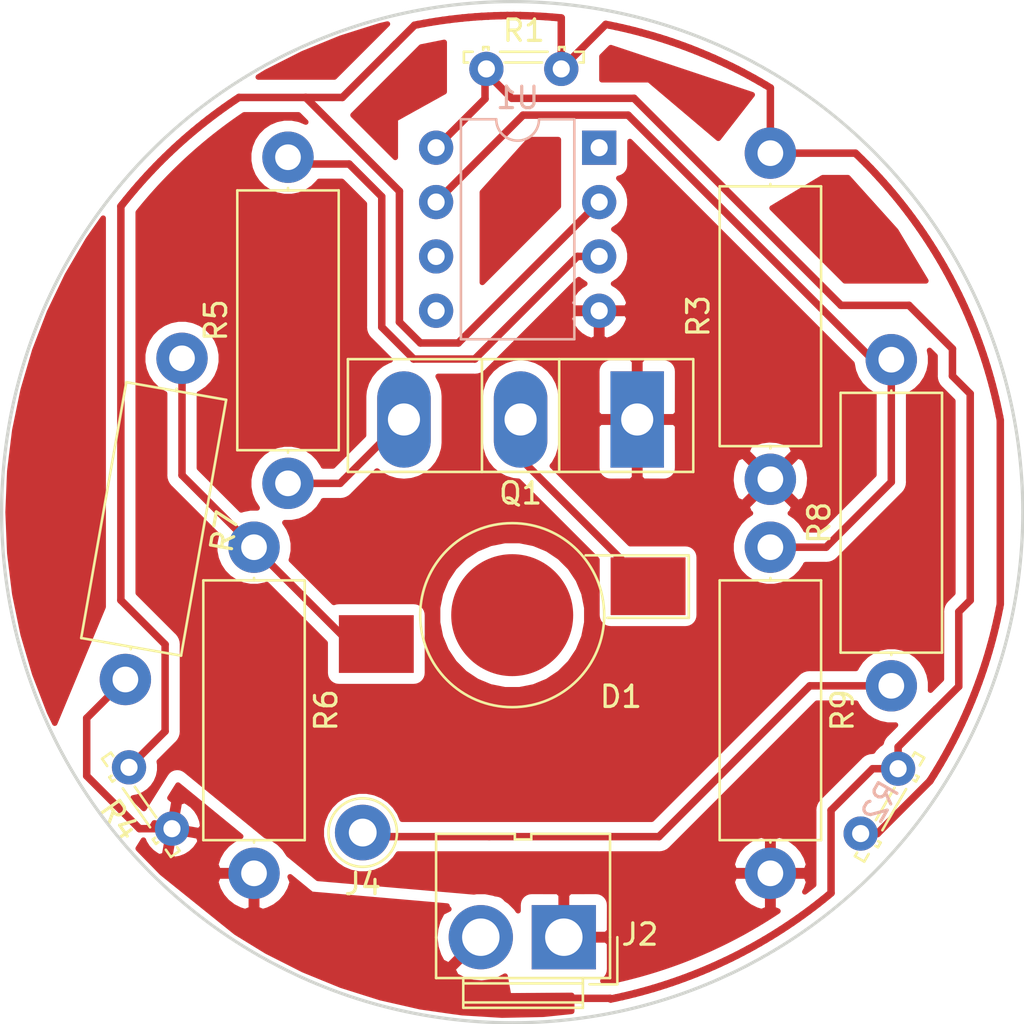
<source format=kicad_pcb>
(kicad_pcb (version 20171130) (host pcbnew "(5.1.6)-1")

  (general
    (thickness 1.6)
    (drawings 1)
    (tracks 275)
    (zones 0)
    (modules 14)
    (nets 13)
  )

  (page A4)
  (layers
    (0 F.Cu signal)
    (31 B.Cu signal hide)
    (32 B.Adhes user hide)
    (33 F.Adhes user hide)
    (34 B.Paste user hide)
    (35 F.Paste user hide)
    (36 B.SilkS user hide)
    (37 F.SilkS user hide)
    (38 B.Mask user hide)
    (39 F.Mask user hide)
    (40 Dwgs.User user hide)
    (41 Cmts.User user hide)
    (42 Eco1.User user hide)
    (43 Eco2.User user hide)
    (44 Edge.Cuts user)
    (45 Margin user hide)
    (46 B.CrtYd user hide)
    (47 F.CrtYd user hide)
    (48 B.Fab user hide)
    (49 F.Fab user hide)
  )

  (setup
    (last_trace_width 0.25)
    (trace_clearance 0.2)
    (zone_clearance 0.15)
    (zone_45_only no)
    (trace_min 0.2)
    (via_size 0.8)
    (via_drill 0.4)
    (via_min_size 0.4)
    (via_min_drill 0.3)
    (uvia_size 0.3)
    (uvia_drill 0.1)
    (uvias_allowed no)
    (uvia_min_size 0.2)
    (uvia_min_drill 0.1)
    (edge_width 0.05)
    (segment_width 0.2)
    (pcb_text_width 0.3)
    (pcb_text_size 1.5 1.5)
    (mod_edge_width 0.12)
    (mod_text_size 1 1)
    (mod_text_width 0.15)
    (pad_size 2.5 4.5)
    (pad_drill 1.5)
    (pad_to_mask_clearance 0.05)
    (aux_axis_origin 0 0)
    (visible_elements 7EFFAE27)
    (pcbplotparams
      (layerselection 0x010fc_ffffffff)
      (usegerberextensions false)
      (usegerberattributes true)
      (usegerberadvancedattributes true)
      (creategerberjobfile true)
      (excludeedgelayer true)
      (linewidth 0.100000)
      (plotframeref false)
      (viasonmask false)
      (mode 1)
      (useauxorigin false)
      (hpglpennumber 1)
      (hpglpenspeed 20)
      (hpglpendiameter 15.000000)
      (psnegative false)
      (psa4output false)
      (plotreference true)
      (plotvalue true)
      (plotinvisibletext false)
      (padsonsilk false)
      (subtractmaskfromsilk false)
      (outputformat 1)
      (mirror false)
      (drillshape 1)
      (scaleselection 1)
      (outputdirectory ""))
  )

  (net 0 "")
  (net 1 "Net-(D1-Pad2)")
  (net 2 "Net-(D1-Pad1)")
  (net 3 +5V)
  (net 4 GND)
  (net 5 "Net-(J4-Pad1)")
  (net 6 "Net-(Q1-Pad5)")
  (net 7 "Net-(R1-Pad2)")
  (net 8 "Net-(R5-Pad2)")
  (net 9 "Net-(R8-Pad2)")
  (net 10 "Net-(U1-Pad1)")
  (net 11 "Net-(U1-Pad5)")
  (net 12 "Net-(U1-Pad6)")

  (net_class Default "This is the default net class."
    (clearance 0.2)
    (trace_width 0.25)
    (via_dia 0.8)
    (via_drill 0.4)
    (uvia_dia 0.3)
    (uvia_drill 0.1)
  )

  (net_class 0.35 ""
    (clearance 0.4)
    (trace_width 0.35)
    (via_dia 0.8)
    (via_drill 0.4)
    (uvia_dia 0.3)
    (uvia_drill 0.1)
    (add_net +5V)
    (add_net GND)
    (add_net "Net-(D1-Pad1)")
    (add_net "Net-(D1-Pad2)")
    (add_net "Net-(J4-Pad1)")
    (add_net "Net-(Q1-Pad5)")
    (add_net "Net-(R1-Pad2)")
    (add_net "Net-(R5-Pad2)")
    (add_net "Net-(R8-Pad2)")
    (add_net "Net-(U1-Pad1)")
    (add_net "Net-(U1-Pad5)")
    (add_net "Net-(U1-Pad6)")
  )

  (module Resistor_THT:R_Axial_DIN0414_L11.9mm_D4.5mm_P15.24mm_Horizontal (layer F.Cu) (tedit 5AE5139B) (tstamp 5F22E691)
    (at 133.1595 79.4385 260)
    (descr "Resistor, Axial_DIN0414 series, Axial, Horizontal, pin pitch=15.24mm, 2W, length*diameter=11.9*4.5mm^2, http://www.vishay.com/docs/20128/wkxwrx.pdf")
    (tags "Resistor Axial_DIN0414 series Axial Horizontal pin pitch 15.24mm 2W length 11.9mm diameter 4.5mm")
    (path /5F174043)
    (fp_text reference R7 (at 7.62 -3.37 80) (layer F.SilkS)
      (effects (font (size 1 1) (thickness 0.15)))
    )
    (fp_text value 10R (at 7.62 3.37 80) (layer F.Fab)
      (effects (font (size 1 1) (thickness 0.15)))
    )
    (fp_line (start 1.67 -2.25) (end 1.67 2.25) (layer F.Fab) (width 0.1))
    (fp_line (start 1.67 2.25) (end 13.57 2.25) (layer F.Fab) (width 0.1))
    (fp_line (start 13.57 2.25) (end 13.57 -2.25) (layer F.Fab) (width 0.1))
    (fp_line (start 13.57 -2.25) (end 1.67 -2.25) (layer F.Fab) (width 0.1))
    (fp_line (start 0 0) (end 1.67 0) (layer F.Fab) (width 0.1))
    (fp_line (start 15.24 0) (end 13.57 0) (layer F.Fab) (width 0.1))
    (fp_line (start 1.55 -2.37) (end 1.55 2.37) (layer F.SilkS) (width 0.12))
    (fp_line (start 1.55 2.37) (end 13.69 2.37) (layer F.SilkS) (width 0.12))
    (fp_line (start 13.69 2.37) (end 13.69 -2.37) (layer F.SilkS) (width 0.12))
    (fp_line (start 13.69 -2.37) (end 1.55 -2.37) (layer F.SilkS) (width 0.12))
    (fp_line (start 1.44 0) (end 1.55 0) (layer F.SilkS) (width 0.12))
    (fp_line (start 13.8 0) (end 13.69 0) (layer F.SilkS) (width 0.12))
    (fp_line (start -1.45 -2.5) (end -1.45 2.5) (layer F.CrtYd) (width 0.05))
    (fp_line (start -1.45 2.5) (end 16.69 2.5) (layer F.CrtYd) (width 0.05))
    (fp_line (start 16.69 2.5) (end 16.69 -2.5) (layer F.CrtYd) (width 0.05))
    (fp_line (start 16.69 -2.5) (end -1.45 -2.5) (layer F.CrtYd) (width 0.05))
    (fp_text user %R (at 7.62 0 80) (layer F.Fab)
      (effects (font (size 1 1) (thickness 0.15)))
    )
    (pad 2 thru_hole oval (at 15.24 0 260) (size 2.4 2.4) (drill 1.2) (layers *.Cu *.Mask)
      (net 3 +5V))
    (pad 1 thru_hole circle (at 0 0 260) (size 2.4 2.4) (drill 1.2) (layers *.Cu *.Mask)
      (net 1 "Net-(D1-Pad2)"))
    (model ${KISYS3DMOD}/Resistor_THT.3dshapes/R_Axial_DIN0414_L11.9mm_D4.5mm_P15.24mm_Horizontal.wrl
      (at (xyz 0 0 0))
      (scale (xyz 1 1 1))
      (rotate (xyz 0 0 0))
    )
  )

  (module LED_SMD:LED_1W_3W_R8 (layer F.Cu) (tedit 58AC980C) (tstamp 5F223BBB)
    (at 148.59 91.44 180)
    (descr https://www.gme.cz/data/attachments/dsh.518-234.1.pdf)
    (tags "LED 1W 3W 5W")
    (path /5F17213B)
    (attr smd)
    (fp_text reference D1 (at -5.08 -3.81) (layer F.SilkS)
      (effects (font (size 1 1) (thickness 0.15)))
    )
    (fp_text value LED (at 0 5.08) (layer F.Fab)
      (effects (font (size 1 1) (thickness 0.15)))
    )
    (fp_circle (center 0 0) (end 4.025 0) (layer F.Fab) (width 0.1))
    (fp_line (start 4.826 1.524) (end 4.826 0.508) (layer F.Fab) (width 0.1))
    (fp_line (start -5.334 -1.016) (end -4.318 -1.016) (layer F.Fab) (width 0.1))
    (fp_line (start 4.318 1.016) (end 5.334 1.016) (layer F.Fab) (width 0.1))
    (fp_circle (center 0 0) (end -4.3 0) (layer F.SilkS) (width 0.12))
    (fp_line (start -4.445 -0.127) (end -8.255 -0.127) (layer F.SilkS) (width 0.12))
    (fp_line (start -8.255 -0.127) (end -8.255 2.794) (layer F.SilkS) (width 0.12))
    (fp_line (start -8.255 2.794) (end -3.429 2.794) (layer F.SilkS) (width 0.12))
    (fp_line (start -4.59 -0.45) (end -8.55 -0.45) (layer F.CrtYd) (width 0.05))
    (fp_line (start -8.55 -0.45) (end -8.55 3.15) (layer F.CrtYd) (width 0.05))
    (fp_line (start -8.55 3.15) (end -3.37 3.15) (layer F.CrtYd) (width 0.05))
    (fp_line (start 3.37 -3.15) (end 8.55 -3.15) (layer F.CrtYd) (width 0.05))
    (fp_line (start 8.55 -3.15) (end 8.55 0.45) (layer F.CrtYd) (width 0.05))
    (fp_line (start 8.55 0.45) (end 4.59 0.45) (layer F.CrtYd) (width 0.05))
    (fp_line (start -1.27 0) (end 1.27 -1.27) (layer F.Fab) (width 0.1))
    (fp_line (start 1.27 -1.27) (end 1.27 1.27) (layer F.Fab) (width 0.1))
    (fp_line (start -1.27 0) (end 1.27 1.27) (layer F.Fab) (width 0.1))
    (fp_line (start 1.27 1.27) (end 1.27 0) (layer F.Fab) (width 0.1))
    (fp_line (start 1.27 0) (end 2.54 0) (layer F.Fab) (width 0.1))
    (fp_line (start -1.27 -1.27) (end -1.27 1.27) (layer F.Fab) (width 0.1))
    (fp_line (start -2.54 0) (end -1.27 0) (layer F.Fab) (width 0.1))
    (fp_text user %R (at 0 -2.54) (layer F.Fab)
      (effects (font (size 1 1) (thickness 0.15)))
    )
    (fp_arc (start 0 0) (end 4.59 0.45) (angle 131.3332206) (layer F.CrtYd) (width 0.05))
    (fp_arc (start 0 0) (end -4.59 -0.45) (angle 131.3332206) (layer F.CrtYd) (width 0.05))
    (pad 2 smd rect (at 6.35 -1.35 180) (size 3.5 2.7) (layers F.Cu F.Paste F.Mask)
      (net 1 "Net-(D1-Pad2)"))
    (pad 1 smd rect (at -6.35 1.35 180) (size 3.5 2.7) (layers F.Cu F.Paste F.Mask)
      (net 2 "Net-(D1-Pad1)"))
    (pad 3 smd circle (at 0 0 180) (size 5.7 5.7) (layers F.Cu F.Paste F.Mask))
    (model ${KISYS3DMOD}/LED_SMD.3dshapes/LED_1W_3W_R8.wrl
      (at (xyz 0 0 0))
      (scale (xyz 1 1 1))
      (rotate (xyz 0 0 0))
    )
  )

  (module Connector:JWT_A3963_1x02_P3.96mm_Vertical (layer F.Cu) (tedit 5A2A57CE) (tstamp 5F226590)
    (at 151.003 106.4895 180)
    (descr "JWT A3963, 3.96mm pitch Pin head connector (http://www.jwt.com.tw/pro_pdf/A3963.pdf)")
    (tags "connector JWT A3963 pinhead")
    (path /5F175D85)
    (fp_text reference J2 (at -3.556 0.127) (layer F.SilkS)
      (effects (font (size 1 1) (thickness 0.15)))
    )
    (fp_text value Conn_01x02_Female (at 1.91 6.35) (layer F.Fab)
      (effects (font (size 1 1) (thickness 0.15)))
    )
    (fp_line (start 5.97 4.83) (end 5.97 0) (layer F.SilkS) (width 0.12))
    (fp_line (start -2.16 0) (end -2.16 4.83) (layer F.SilkS) (width 0.12))
    (fp_line (start -2.16 -1.91) (end 5.97 -1.91) (layer F.SilkS) (width 0.12))
    (fp_line (start -0.89 -1.91) (end -0.89 -3.3) (layer F.SilkS) (width 0.12))
    (fp_line (start 4.7 -1.91) (end 4.7 -3.3) (layer F.SilkS) (width 0.12))
    (fp_line (start -0.89 -3.3) (end 4.7 -3.3) (layer F.SilkS) (width 0.12))
    (fp_line (start -2.16 -1.91) (end -2.16 0) (layer F.SilkS) (width 0.12))
    (fp_line (start 5.97 -1.91) (end 5.97 0) (layer F.SilkS) (width 0.12))
    (fp_line (start -0.89 -3.05) (end 4.7 -3.05) (layer F.SilkS) (width 0.12))
    (fp_line (start -0.89 -2.16) (end 4.7 -2.16) (layer F.SilkS) (width 0.12))
    (fp_line (start 2.29 4.57) (end 2.29 4.83) (layer F.SilkS) (width 0.12))
    (fp_line (start 1.52 4.57) (end 2.29 4.57) (layer F.SilkS) (width 0.12))
    (fp_line (start 1.52 4.83) (end 1.52 4.57) (layer F.SilkS) (width 0.12))
    (fp_line (start 1.52 4.83) (end -2.16 4.83) (layer F.SilkS) (width 0.12))
    (fp_line (start 2.29 4.83) (end 5.97 4.83) (layer F.SilkS) (width 0.12))
    (fp_line (start -2.5 5.05) (end -2.5 -3.55) (layer F.CrtYd) (width 0.05))
    (fp_line (start 6.35 5.05) (end -2.5 5.05) (layer F.CrtYd) (width 0.05))
    (fp_line (start 6.35 -3.55) (end 6.35 5.05) (layer F.CrtYd) (width 0.05))
    (fp_line (start -2.5 -3.55) (end 6.35 -3.55) (layer F.CrtYd) (width 0.05))
    (fp_line (start -2.05 -1.8) (end 5.85 -1.8) (layer F.Fab) (width 0.1))
    (fp_line (start 5.85 -1.8) (end 5.85 4.7) (layer F.Fab) (width 0.1))
    (fp_line (start 5.85 4.7) (end -2.05 4.7) (layer F.Fab) (width 0.1))
    (fp_line (start -2.05 4.7) (end -2.05 -1.8) (layer F.Fab) (width 0.1))
    (fp_line (start -1.2 -2.2) (end -2.5 -2.2) (layer F.SilkS) (width 0.12))
    (fp_line (start -2.5 -2.2) (end -2.5 0) (layer F.SilkS) (width 0.12))
    (fp_line (start -1.25 -1.8) (end 0 -0.3) (layer F.Fab) (width 0.1))
    (fp_line (start 0 -0.3) (end 1.25 -1.8) (layer F.Fab) (width 0.1))
    (fp_line (start -0.8 -1.8) (end -0.8 -3.2) (layer F.Fab) (width 0.1))
    (fp_line (start -0.8 -3.2) (end 4.6 -3.2) (layer F.Fab) (width 0.1))
    (fp_line (start 4.6 -3.2) (end 4.6 -1.8) (layer F.Fab) (width 0.1))
    (fp_text user %R (at 2.2 3.7) (layer F.Fab)
      (effects (font (size 1 1) (thickness 0.15)))
    )
    (pad 1 thru_hole rect (at 0 0 180) (size 3 3) (drill 1.75) (layers *.Cu *.Mask)
      (net 4 GND))
    (pad 2 thru_hole circle (at 3.88 0 180) (size 3 3) (drill 1.75) (layers *.Cu *.Mask)
      (net 3 +5V))
    (model ${KISYS3DMOD}/Connector.3dshapes/JWT_A3963_1x02_P3.96mm_Vertical.wrl
      (at (xyz 0 0 0))
      (scale (xyz 1 1 1))
      (rotate (xyz 0 0 0))
    )
  )

  (module Connector_Pin:Pin_D1.3mm_L11.0mm (layer F.Cu) (tedit 5A1DC085) (tstamp 5F23DD2B)
    (at 141.605 101.6)
    (descr "solder Pin_ diameter 1.3mm, hole diameter 1.3mm, length 11.0mm")
    (tags "solder Pin_ pressfit")
    (path /5F190794)
    (fp_text reference J4 (at 0 2.4) (layer F.SilkS)
      (effects (font (size 1 1) (thickness 0.15)))
    )
    (fp_text value Conn_01x01_Male (at 0 -2.05) (layer F.Fab)
      (effects (font (size 1 1) (thickness 0.15)))
    )
    (fp_circle (center 0 0) (end 1.6 0.05) (layer F.SilkS) (width 0.12))
    (fp_circle (center 0 0) (end 1.25 -0.05) (layer F.Fab) (width 0.12))
    (fp_circle (center 0 0) (end 0.65 -0.05) (layer F.Fab) (width 0.12))
    (fp_circle (center 0 0) (end 1.8 0) (layer F.CrtYd) (width 0.05))
    (fp_text user %R (at 0 2.4) (layer F.Fab)
      (effects (font (size 1 1) (thickness 0.15)))
    )
    (pad 1 thru_hole circle (at 0 0) (size 2.6 2.6) (drill 1.3) (layers *.Cu *.Mask)
      (net 5 "Net-(J4-Pad1)"))
    (model ${KISYS3DMOD}/Connector_Pin.3dshapes/Pin_D1.3mm_L11.0mm.wrl
      (at (xyz 0 0 0))
      (scale (xyz 1 1 1))
      (rotate (xyz 0 0 0))
    )
  )

  (module Package_TO_SOT_THT:TO-247-3_Vertical (layer F.Cu) (tedit 5F21557A) (tstamp 5F222CCD)
    (at 154.432 82.296 180)
    (descr "TO-247-3, Vertical, RM 5.45mm, see https://toshiba.semicon-storage.com/us/product/mosfet/to-247-4l.html")
    (tags "TO-247-3 Vertical RM 5.45mm")
    (path /5F174274)
    (fp_text reference Q1 (at 5.45 -3.45) (layer F.SilkS)
      (effects (font (size 1 1) (thickness 0.15)))
    )
    (fp_text value BUK9M28-80EX (at 5.45 3.95) (layer F.Fab)
      (effects (font (size 1 1) (thickness 0.15)))
    )
    (fp_line (start 13.65 -2.59) (end -2.75 -2.59) (layer F.CrtYd) (width 0.05))
    (fp_line (start 13.65 2.95) (end 13.65 -2.59) (layer F.CrtYd) (width 0.05))
    (fp_line (start -2.75 2.95) (end 13.65 2.95) (layer F.CrtYd) (width 0.05))
    (fp_line (start -2.75 -2.59) (end -2.75 2.95) (layer F.CrtYd) (width 0.05))
    (fp_line (start 7.255 -2.451) (end 7.255 2.82) (layer F.SilkS) (width 0.12))
    (fp_line (start 3.646 -2.451) (end 3.646 2.82) (layer F.SilkS) (width 0.12))
    (fp_line (start 13.52 -2.451) (end 13.52 2.82) (layer F.SilkS) (width 0.12))
    (fp_line (start -2.62 -2.451) (end -2.62 2.82) (layer F.SilkS) (width 0.12))
    (fp_line (start -2.62 2.82) (end 13.52 2.82) (layer F.SilkS) (width 0.12))
    (fp_line (start -2.62 -2.451) (end 13.52 -2.451) (layer F.SilkS) (width 0.12))
    (fp_line (start 7.255 -2.33) (end 7.255 2.7) (layer F.Fab) (width 0.1))
    (fp_line (start 3.645 -2.33) (end 3.645 2.7) (layer F.Fab) (width 0.1))
    (fp_line (start 13.4 -2.33) (end -2.5 -2.33) (layer F.Fab) (width 0.1))
    (fp_line (start 13.4 2.7) (end 13.4 -2.33) (layer F.Fab) (width 0.1))
    (fp_line (start -2.5 2.7) (end 13.4 2.7) (layer F.Fab) (width 0.1))
    (fp_line (start -2.5 -2.33) (end -2.5 2.7) (layer F.Fab) (width 0.1))
    (fp_text user %R (at 5.45 -3.45) (layer F.Fab)
      (effects (font (size 1 1) (thickness 0.15)))
    )
    (pad 1 thru_hole rect (at 0 0 180) (size 2.5 4.5) (drill 1.5) (layers *.Cu *.Mask)
      (net 4 GND))
    (pad 4 thru_hole oval (at 5.45 0 180) (size 2.5 4.5) (drill 1.5) (layers *.Cu *.Mask)
      (net 2 "Net-(D1-Pad1)"))
    (pad 5 thru_hole oval (at 10.9 0 180) (size 2.5 4.5) (drill 1.5) (layers *.Cu *.Mask)
      (net 6 "Net-(Q1-Pad5)"))
    (model ${KISYS3DMOD}/Package_TO_SOT_THT.3dshapes/TO-247-3_Vertical.wrl
      (at (xyz 0 0 0))
      (scale (xyz 1 1 1))
      (rotate (xyz 0 0 0))
    )
  )

  (module OptoDevice:R_LDR_5.2x5.2mm_P3.5mm_Horizontal (layer F.Cu) (tedit 5B86041F) (tstamp 5F225002)
    (at 147.3835 65.913)
    (descr "Resistor, LDR 5.2x5.2, upright, see http://cdn-reichelt.de/documents/datenblatt/A500/M996011A.pdf")
    (tags "Resistor LDR5.2x5.2 ")
    (path /5F178A99)
    (fp_text reference R1 (at 1.75 -1.79) (layer F.SilkS)
      (effects (font (size 1 1) (thickness 0.15)))
    )
    (fp_text value R_PHOTO (at 1.62 1.4) (layer F.Fab)
      (effects (font (size 1 1) (thickness 0.15)))
    )
    (fp_line (start 4.75 1.05) (end -1.25 1.05) (layer F.CrtYd) (width 0.05))
    (fp_line (start 4.75 1.05) (end 4.75 -1.15) (layer F.CrtYd) (width 0.05))
    (fp_line (start -1.25 -1.15) (end -1.25 1.05) (layer F.CrtYd) (width 0.05))
    (fp_line (start -1.25 -1.15) (end 4.75 -1.15) (layer F.CrtYd) (width 0.05))
    (fp_line (start 2.86 -0.8) (end 0.64 -0.8) (layer F.SilkS) (width 0.12))
    (fp_line (start -0.64 -0.8) (end -1.05 -0.8) (layer F.SilkS) (width 0.12))
    (fp_line (start 4.35 -0.3) (end 4.55 -0.3) (layer F.SilkS) (width 0.12))
    (fp_line (start 0.85 -0.3) (end 2.6 -0.3) (layer F.SilkS) (width 0.12))
    (fp_line (start -1.05 -0.8) (end -1.05 -0.3) (layer F.SilkS) (width 0.12))
    (fp_line (start 4.55 -0.8) (end 4.14 -0.8) (layer F.SilkS) (width 0.12))
    (fp_line (start 4.55 -0.3) (end 4.55 -0.8) (layer F.SilkS) (width 0.12))
    (fp_line (start -1.05 -0.3) (end -0.85 -0.3) (layer F.SilkS) (width 0.12))
    (fp_line (start 0.1 -1.02) (end 0.1 -0.89) (layer F.SilkS) (width 0.12))
    (fp_line (start -0.15 -1.02) (end 0.1 -1.02) (layer F.SilkS) (width 0.12))
    (fp_line (start 3.65 -1.02) (end 3.65 -0.89) (layer F.SilkS) (width 0.12))
    (fp_line (start 3.4 -1.02) (end 3.65 -1.02) (layer F.SilkS) (width 0.12))
    (fp_line (start -0.15 -1.02) (end -0.15 -0.89) (layer F.SilkS) (width 0.12))
    (fp_line (start 3.4 -1.02) (end 3.4 -0.89) (layer F.SilkS) (width 0.12))
    (fp_line (start -1 -0.35) (end -1 -0.75) (layer F.Fab) (width 0.1))
    (fp_line (start 4.5 -0.35) (end -1 -0.35) (layer F.Fab) (width 0.1))
    (fp_line (start 4.5 -0.75) (end 4.5 -0.35) (layer F.Fab) (width 0.1))
    (fp_line (start -1 -0.75) (end 4.5 -0.75) (layer F.Fab) (width 0.1))
    (fp_line (start 0 0) (end 0 -0.9) (layer F.Fab) (width 0.1))
    (fp_line (start 3.5 0) (end 3.5 -0.9) (layer F.Fab) (width 0.1))
    (fp_text user %R (at 1.75 -1.79) (layer F.Fab)
      (effects (font (size 1 1) (thickness 0.15)))
    )
    (pad 1 thru_hole circle (at 0 0) (size 1.6 1.6) (drill 0.8) (layers *.Cu *.Mask)
      (net 3 +5V))
    (pad 2 thru_hole circle (at 3.5 0) (size 1.6 1.6) (drill 0.8) (layers *.Cu *.Mask)
      (net 7 "Net-(R1-Pad2)"))
    (model ${KISYS3DMOD}/OptoDevice.3dshapes/R_LDR_5.2x5.2mm_P3.5mm_Horizontal.wrl
      (at (xyz 0 0 0))
      (scale (xyz 1 1 1))
      (rotate (xyz 0 0 0))
    )
  )

  (module OptoDevice:R_LDR_5.2x5.2mm_P3.5mm_Horizontal (layer F.Cu) (tedit 5B86041F) (tstamp 5F223766)
    (at 166.624 98.6155 240)
    (descr "Resistor, LDR 5.2x5.2, upright, see http://cdn-reichelt.de/documents/datenblatt/A500/M996011A.pdf")
    (tags "Resistor LDR5.2x5.2 ")
    (path /5F179378)
    (fp_text reference R2 (at 1.764053 -0.071029 60) (layer B.SilkS)
      (effects (font (size 1 1) (thickness 0.15)) (justify mirror))
    )
    (fp_text value R_PHOTO (at 1.62 1.4 240) (layer F.Fab)
      (effects (font (size 1 1) (thickness 0.15)))
    )
    (fp_line (start 3.5 0) (end 3.5 -0.9) (layer F.Fab) (width 0.1))
    (fp_line (start 0 0) (end 0 -0.9) (layer F.Fab) (width 0.1))
    (fp_line (start -1 -0.75) (end 4.5 -0.75) (layer F.Fab) (width 0.1))
    (fp_line (start 4.5 -0.75) (end 4.5 -0.35) (layer F.Fab) (width 0.1))
    (fp_line (start 4.5 -0.35) (end -1 -0.35) (layer F.Fab) (width 0.1))
    (fp_line (start -1 -0.35) (end -1 -0.75) (layer F.Fab) (width 0.1))
    (fp_line (start 3.4 -1.02) (end 3.4 -0.89) (layer F.SilkS) (width 0.12))
    (fp_line (start -0.15 -1.02) (end -0.15 -0.89) (layer F.SilkS) (width 0.12))
    (fp_line (start 3.4 -1.02) (end 3.65 -1.02) (layer F.SilkS) (width 0.12))
    (fp_line (start 3.65 -1.02) (end 3.65 -0.89) (layer F.SilkS) (width 0.12))
    (fp_line (start -0.15 -1.02) (end 0.1 -1.02) (layer F.SilkS) (width 0.12))
    (fp_line (start 0.1 -1.02) (end 0.1 -0.89) (layer F.SilkS) (width 0.12))
    (fp_line (start -1.05 -0.3) (end -0.85 -0.3) (layer F.SilkS) (width 0.12))
    (fp_line (start 4.55 -0.3) (end 4.55 -0.8) (layer F.SilkS) (width 0.12))
    (fp_line (start 4.55 -0.8) (end 4.14 -0.8) (layer F.SilkS) (width 0.12))
    (fp_line (start -1.05 -0.8) (end -1.05 -0.3) (layer F.SilkS) (width 0.12))
    (fp_line (start 0.85 -0.3) (end 2.6 -0.3) (layer F.SilkS) (width 0.12))
    (fp_line (start 4.35 -0.3) (end 4.55 -0.3) (layer F.SilkS) (width 0.12))
    (fp_line (start -0.64 -0.8) (end -1.05 -0.8) (layer F.SilkS) (width 0.12))
    (fp_line (start 2.86 -0.8) (end 0.64 -0.8) (layer F.SilkS) (width 0.12))
    (fp_line (start -1.25 -1.15) (end 4.75 -1.15) (layer F.CrtYd) (width 0.05))
    (fp_line (start -1.25 -1.15) (end -1.25 1.05) (layer F.CrtYd) (width 0.05))
    (fp_line (start 4.75 1.05) (end 4.75 -1.15) (layer F.CrtYd) (width 0.05))
    (fp_line (start 4.75 1.05) (end -1.25 1.05) (layer F.CrtYd) (width 0.05))
    (fp_text user %R (at 1.75 -1.79 60) (layer F.Fab)
      (effects (font (size 1 1) (thickness 0.15)))
    )
    (pad 2 thru_hole circle (at 3.5 0 240) (size 1.6 1.6) (drill 0.8) (layers *.Cu *.Mask)
      (net 7 "Net-(R1-Pad2)"))
    (pad 1 thru_hole circle (at 0 0 240) (size 1.6 1.6) (drill 0.8) (layers *.Cu *.Mask)
      (net 3 +5V))
    (model ${KISYS3DMOD}/OptoDevice.3dshapes/R_LDR_5.2x5.2mm_P3.5mm_Horizontal.wrl
      (at (xyz 0 0 0))
      (scale (xyz 1 1 1))
      (rotate (xyz 0 0 0))
    )
  )

  (module Resistor_THT:R_Axial_DIN0414_L11.9mm_D4.5mm_P15.24mm_Horizontal (layer F.Cu) (tedit 5AE5139B) (tstamp 5F22342D)
    (at 160.655 85.09 90)
    (descr "Resistor, Axial_DIN0414 series, Axial, Horizontal, pin pitch=15.24mm, 2W, length*diameter=11.9*4.5mm^2, http://www.vishay.com/docs/20128/wkxwrx.pdf")
    (tags "Resistor Axial_DIN0414 series Axial Horizontal pin pitch 15.24mm 2W length 11.9mm diameter 4.5mm")
    (path /5F24E281)
    (fp_text reference R3 (at 7.62 -3.37 90) (layer F.SilkS)
      (effects (font (size 1 1) (thickness 0.15)))
    )
    (fp_text value 10kR (at 7.62 3.37 90) (layer F.Fab)
      (effects (font (size 1 1) (thickness 0.15)))
    )
    (fp_line (start 1.67 -2.25) (end 1.67 2.25) (layer F.Fab) (width 0.1))
    (fp_line (start 1.67 2.25) (end 13.57 2.25) (layer F.Fab) (width 0.1))
    (fp_line (start 13.57 2.25) (end 13.57 -2.25) (layer F.Fab) (width 0.1))
    (fp_line (start 13.57 -2.25) (end 1.67 -2.25) (layer F.Fab) (width 0.1))
    (fp_line (start 0 0) (end 1.67 0) (layer F.Fab) (width 0.1))
    (fp_line (start 15.24 0) (end 13.57 0) (layer F.Fab) (width 0.1))
    (fp_line (start 1.55 -2.37) (end 1.55 2.37) (layer F.SilkS) (width 0.12))
    (fp_line (start 1.55 2.37) (end 13.69 2.37) (layer F.SilkS) (width 0.12))
    (fp_line (start 13.69 2.37) (end 13.69 -2.37) (layer F.SilkS) (width 0.12))
    (fp_line (start 13.69 -2.37) (end 1.55 -2.37) (layer F.SilkS) (width 0.12))
    (fp_line (start 1.44 0) (end 1.55 0) (layer F.SilkS) (width 0.12))
    (fp_line (start 13.8 0) (end 13.69 0) (layer F.SilkS) (width 0.12))
    (fp_line (start -1.45 -2.5) (end -1.45 2.5) (layer F.CrtYd) (width 0.05))
    (fp_line (start -1.45 2.5) (end 16.69 2.5) (layer F.CrtYd) (width 0.05))
    (fp_line (start 16.69 2.5) (end 16.69 -2.5) (layer F.CrtYd) (width 0.05))
    (fp_line (start 16.69 -2.5) (end -1.45 -2.5) (layer F.CrtYd) (width 0.05))
    (fp_text user %R (at 7.62 0 90) (layer F.Fab)
      (effects (font (size 1 1) (thickness 0.15)))
    )
    (pad 2 thru_hole oval (at 15.24 0 90) (size 2.4 2.4) (drill 1.2) (layers *.Cu *.Mask)
      (net 7 "Net-(R1-Pad2)"))
    (pad 1 thru_hole circle (at 0 0 90) (size 2.4 2.4) (drill 1.2) (layers *.Cu *.Mask)
      (net 4 GND))
    (model ${KISYS3DMOD}/Resistor_THT.3dshapes/R_Axial_DIN0414_L11.9mm_D4.5mm_P15.24mm_Horizontal.wrl
      (at (xyz 0 0 0))
      (scale (xyz 1 1 1))
      (rotate (xyz 0 0 0))
    )
  )

  (module OptoDevice:R_LDR_5.2x5.2mm_P3.5mm_Horizontal (layer F.Cu) (tedit 5B86041F) (tstamp 5F22429E)
    (at 132.690518 101.419032 125)
    (descr "Resistor, LDR 5.2x5.2, upright, see http://cdn-reichelt.de/documents/datenblatt/A500/M996011A.pdf")
    (tags "Resistor LDR5.2x5.2 ")
    (path /5F179D39)
    (fp_text reference R4 (at 1.75 -1.79 125) (layer F.SilkS)
      (effects (font (size 1 1) (thickness 0.15)))
    )
    (fp_text value R_PHOTO (at 1.62 1.4 125) (layer F.Fab)
      (effects (font (size 1 1) (thickness 0.15)))
    )
    (fp_line (start 4.75 1.05) (end -1.25 1.05) (layer F.CrtYd) (width 0.05))
    (fp_line (start 4.75 1.05) (end 4.75 -1.15) (layer F.CrtYd) (width 0.05))
    (fp_line (start -1.25 -1.15) (end -1.25 1.05) (layer F.CrtYd) (width 0.05))
    (fp_line (start -1.25 -1.15) (end 4.75 -1.15) (layer F.CrtYd) (width 0.05))
    (fp_line (start 2.86 -0.8) (end 0.64 -0.8) (layer F.SilkS) (width 0.12))
    (fp_line (start -0.64 -0.8) (end -1.05 -0.8) (layer F.SilkS) (width 0.12))
    (fp_line (start 4.35 -0.3) (end 4.55 -0.3) (layer F.SilkS) (width 0.12))
    (fp_line (start 0.85 -0.3) (end 2.6 -0.3) (layer F.SilkS) (width 0.12))
    (fp_line (start -1.05 -0.8) (end -1.05 -0.3) (layer F.SilkS) (width 0.12))
    (fp_line (start 4.55 -0.8) (end 4.14 -0.8) (layer F.SilkS) (width 0.12))
    (fp_line (start 4.55 -0.3) (end 4.55 -0.8) (layer F.SilkS) (width 0.12))
    (fp_line (start -1.05 -0.3) (end -0.85 -0.3) (layer F.SilkS) (width 0.12))
    (fp_line (start 0.1 -1.02) (end 0.1 -0.89) (layer F.SilkS) (width 0.12))
    (fp_line (start -0.15 -1.02) (end 0.1 -1.02) (layer F.SilkS) (width 0.12))
    (fp_line (start 3.65 -1.02) (end 3.65 -0.89) (layer F.SilkS) (width 0.12))
    (fp_line (start 3.4 -1.02) (end 3.65 -1.02) (layer F.SilkS) (width 0.12))
    (fp_line (start -0.15 -1.02) (end -0.15 -0.89) (layer F.SilkS) (width 0.12))
    (fp_line (start 3.4 -1.02) (end 3.4 -0.89) (layer F.SilkS) (width 0.12))
    (fp_line (start -1 -0.35) (end -1 -0.75) (layer F.Fab) (width 0.1))
    (fp_line (start 4.5 -0.35) (end -1 -0.35) (layer F.Fab) (width 0.1))
    (fp_line (start 4.5 -0.75) (end 4.5 -0.35) (layer F.Fab) (width 0.1))
    (fp_line (start -1 -0.75) (end 4.5 -0.75) (layer F.Fab) (width 0.1))
    (fp_line (start 0 0) (end 0 -0.9) (layer F.Fab) (width 0.1))
    (fp_line (start 3.5 0) (end 3.5 -0.9) (layer F.Fab) (width 0.1))
    (fp_text user %R (at 1.75 -1.79 125) (layer F.Fab)
      (effects (font (size 1 1) (thickness 0.15)))
    )
    (pad 1 thru_hole circle (at 0 0 125) (size 1.6 1.6) (drill 0.8) (layers *.Cu *.Mask)
      (net 3 +5V))
    (pad 2 thru_hole circle (at 3.5 0 125) (size 1.6 1.6) (drill 0.8) (layers *.Cu *.Mask)
      (net 7 "Net-(R1-Pad2)"))
    (model ${KISYS3DMOD}/OptoDevice.3dshapes/R_LDR_5.2x5.2mm_P3.5mm_Horizontal.wrl
      (at (xyz 0 0 0))
      (scale (xyz 1 1 1))
      (rotate (xyz 0 0 0))
    )
  )

  (module Resistor_THT:R_Axial_DIN0414_L11.9mm_D4.5mm_P15.24mm_Horizontal (layer F.Cu) (tedit 5AE5139B) (tstamp 5F221D7E)
    (at 138.1125 85.2805 90)
    (descr "Resistor, Axial_DIN0414 series, Axial, Horizontal, pin pitch=15.24mm, 2W, length*diameter=11.9*4.5mm^2, http://www.vishay.com/docs/20128/wkxwrx.pdf")
    (tags "Resistor Axial_DIN0414 series Axial Horizontal pin pitch 15.24mm 2W length 11.9mm diameter 4.5mm")
    (path /5F17359A)
    (fp_text reference R5 (at 7.62 -3.37 90) (layer F.SilkS)
      (effects (font (size 1 1) (thickness 0.15)))
    )
    (fp_text value 1kR (at 7.62 3.37 90) (layer F.Fab)
      (effects (font (size 1 1) (thickness 0.15)))
    )
    (fp_line (start 16.69 -2.5) (end -1.45 -2.5) (layer F.CrtYd) (width 0.05))
    (fp_line (start 16.69 2.5) (end 16.69 -2.5) (layer F.CrtYd) (width 0.05))
    (fp_line (start -1.45 2.5) (end 16.69 2.5) (layer F.CrtYd) (width 0.05))
    (fp_line (start -1.45 -2.5) (end -1.45 2.5) (layer F.CrtYd) (width 0.05))
    (fp_line (start 13.8 0) (end 13.69 0) (layer F.SilkS) (width 0.12))
    (fp_line (start 1.44 0) (end 1.55 0) (layer F.SilkS) (width 0.12))
    (fp_line (start 13.69 -2.37) (end 1.55 -2.37) (layer F.SilkS) (width 0.12))
    (fp_line (start 13.69 2.37) (end 13.69 -2.37) (layer F.SilkS) (width 0.12))
    (fp_line (start 1.55 2.37) (end 13.69 2.37) (layer F.SilkS) (width 0.12))
    (fp_line (start 1.55 -2.37) (end 1.55 2.37) (layer F.SilkS) (width 0.12))
    (fp_line (start 15.24 0) (end 13.57 0) (layer F.Fab) (width 0.1))
    (fp_line (start 0 0) (end 1.67 0) (layer F.Fab) (width 0.1))
    (fp_line (start 13.57 -2.25) (end 1.67 -2.25) (layer F.Fab) (width 0.1))
    (fp_line (start 13.57 2.25) (end 13.57 -2.25) (layer F.Fab) (width 0.1))
    (fp_line (start 1.67 2.25) (end 13.57 2.25) (layer F.Fab) (width 0.1))
    (fp_line (start 1.67 -2.25) (end 1.67 2.25) (layer F.Fab) (width 0.1))
    (fp_text user %R (at 7.62 0 90) (layer F.Fab)
      (effects (font (size 1 1) (thickness 0.15)))
    )
    (pad 1 thru_hole circle (at 0 0 90) (size 2.4 2.4) (drill 1.2) (layers *.Cu *.Mask)
      (net 6 "Net-(Q1-Pad5)"))
    (pad 2 thru_hole oval (at 15.24 0 90) (size 2.4 2.4) (drill 1.2) (layers *.Cu *.Mask)
      (net 8 "Net-(R5-Pad2)"))
    (model ${KISYS3DMOD}/Resistor_THT.3dshapes/R_Axial_DIN0414_L11.9mm_D4.5mm_P15.24mm_Horizontal.wrl
      (at (xyz 0 0 0))
      (scale (xyz 1 1 1))
      (rotate (xyz 0 0 0))
    )
  )

  (module Resistor_THT:R_Axial_DIN0414_L11.9mm_D4.5mm_P15.24mm_Horizontal (layer F.Cu) (tedit 5AE5139B) (tstamp 5F223133)
    (at 136.525 88.265 270)
    (descr "Resistor, Axial_DIN0414 series, Axial, Horizontal, pin pitch=15.24mm, 2W, length*diameter=11.9*4.5mm^2, http://www.vishay.com/docs/20128/wkxwrx.pdf")
    (tags "Resistor Axial_DIN0414 series Axial Horizontal pin pitch 15.24mm 2W length 11.9mm diameter 4.5mm")
    (path /5F174585)
    (fp_text reference R6 (at 7.62 -3.37 90) (layer F.SilkS)
      (effects (font (size 1 1) (thickness 0.15)))
    )
    (fp_text value 10R (at 7.62 3.37 90) (layer F.Fab)
      (effects (font (size 1 1) (thickness 0.15)))
    )
    (fp_line (start 16.69 -2.5) (end -1.45 -2.5) (layer F.CrtYd) (width 0.05))
    (fp_line (start 16.69 2.5) (end 16.69 -2.5) (layer F.CrtYd) (width 0.05))
    (fp_line (start -1.45 2.5) (end 16.69 2.5) (layer F.CrtYd) (width 0.05))
    (fp_line (start -1.45 -2.5) (end -1.45 2.5) (layer F.CrtYd) (width 0.05))
    (fp_line (start 13.8 0) (end 13.69 0) (layer F.SilkS) (width 0.12))
    (fp_line (start 1.44 0) (end 1.55 0) (layer F.SilkS) (width 0.12))
    (fp_line (start 13.69 -2.37) (end 1.55 -2.37) (layer F.SilkS) (width 0.12))
    (fp_line (start 13.69 2.37) (end 13.69 -2.37) (layer F.SilkS) (width 0.12))
    (fp_line (start 1.55 2.37) (end 13.69 2.37) (layer F.SilkS) (width 0.12))
    (fp_line (start 1.55 -2.37) (end 1.55 2.37) (layer F.SilkS) (width 0.12))
    (fp_line (start 15.24 0) (end 13.57 0) (layer F.Fab) (width 0.1))
    (fp_line (start 0 0) (end 1.67 0) (layer F.Fab) (width 0.1))
    (fp_line (start 13.57 -2.25) (end 1.67 -2.25) (layer F.Fab) (width 0.1))
    (fp_line (start 13.57 2.25) (end 13.57 -2.25) (layer F.Fab) (width 0.1))
    (fp_line (start 1.67 2.25) (end 13.57 2.25) (layer F.Fab) (width 0.1))
    (fp_line (start 1.67 -2.25) (end 1.67 2.25) (layer F.Fab) (width 0.1))
    (fp_text user %R (at 7.62 0 90) (layer F.Fab)
      (effects (font (size 1 1) (thickness 0.15)))
    )
    (pad 1 thru_hole circle (at 0 0 270) (size 2.4 2.4) (drill 1.2) (layers *.Cu *.Mask)
      (net 1 "Net-(D1-Pad2)"))
    (pad 2 thru_hole oval (at 15.24 0 270) (size 2.4 2.4) (drill 1.2) (layers *.Cu *.Mask)
      (net 3 +5V))
    (model ${KISYS3DMOD}/Resistor_THT.3dshapes/R_Axial_DIN0414_L11.9mm_D4.5mm_P15.24mm_Horizontal.wrl
      (at (xyz 0 0 0))
      (scale (xyz 1 1 1))
      (rotate (xyz 0 0 0))
    )
  )

  (module Resistor_THT:R_Axial_DIN0414_L11.9mm_D4.5mm_P15.24mm_Horizontal (layer F.Cu) (tedit 5AE5139B) (tstamp 5F220DAD)
    (at 166.3065 94.742 90)
    (descr "Resistor, Axial_DIN0414 series, Axial, Horizontal, pin pitch=15.24mm, 2W, length*diameter=11.9*4.5mm^2, http://www.vishay.com/docs/20128/wkxwrx.pdf")
    (tags "Resistor Axial_DIN0414 series Axial Horizontal pin pitch 15.24mm 2W length 11.9mm diameter 4.5mm")
    (path /5F24F65E)
    (fp_text reference R8 (at 7.62 -3.37 90) (layer F.SilkS)
      (effects (font (size 1 1) (thickness 0.15)))
    )
    (fp_text value 1kR (at 7.62 3.37 90) (layer F.Fab)
      (effects (font (size 1 1) (thickness 0.15)))
    )
    (fp_line (start 16.69 -2.5) (end -1.45 -2.5) (layer F.CrtYd) (width 0.05))
    (fp_line (start 16.69 2.5) (end 16.69 -2.5) (layer F.CrtYd) (width 0.05))
    (fp_line (start -1.45 2.5) (end 16.69 2.5) (layer F.CrtYd) (width 0.05))
    (fp_line (start -1.45 -2.5) (end -1.45 2.5) (layer F.CrtYd) (width 0.05))
    (fp_line (start 13.8 0) (end 13.69 0) (layer F.SilkS) (width 0.12))
    (fp_line (start 1.44 0) (end 1.55 0) (layer F.SilkS) (width 0.12))
    (fp_line (start 13.69 -2.37) (end 1.55 -2.37) (layer F.SilkS) (width 0.12))
    (fp_line (start 13.69 2.37) (end 13.69 -2.37) (layer F.SilkS) (width 0.12))
    (fp_line (start 1.55 2.37) (end 13.69 2.37) (layer F.SilkS) (width 0.12))
    (fp_line (start 1.55 -2.37) (end 1.55 2.37) (layer F.SilkS) (width 0.12))
    (fp_line (start 15.24 0) (end 13.57 0) (layer F.Fab) (width 0.1))
    (fp_line (start 0 0) (end 1.67 0) (layer F.Fab) (width 0.1))
    (fp_line (start 13.57 -2.25) (end 1.67 -2.25) (layer F.Fab) (width 0.1))
    (fp_line (start 13.57 2.25) (end 13.57 -2.25) (layer F.Fab) (width 0.1))
    (fp_line (start 1.67 2.25) (end 13.57 2.25) (layer F.Fab) (width 0.1))
    (fp_line (start 1.67 -2.25) (end 1.67 2.25) (layer F.Fab) (width 0.1))
    (fp_text user %R (at 7.62 0 90) (layer F.Fab)
      (effects (font (size 1 1) (thickness 0.15)))
    )
    (pad 1 thru_hole circle (at 0 0 90) (size 2.4 2.4) (drill 1.2) (layers *.Cu *.Mask)
      (net 5 "Net-(J4-Pad1)"))
    (pad 2 thru_hole oval (at 15.24 0 90) (size 2.4 2.4) (drill 1.2) (layers *.Cu *.Mask)
      (net 9 "Net-(R8-Pad2)"))
    (model ${KISYS3DMOD}/Resistor_THT.3dshapes/R_Axial_DIN0414_L11.9mm_D4.5mm_P15.24mm_Horizontal.wrl
      (at (xyz 0 0 0))
      (scale (xyz 1 1 1))
      (rotate (xyz 0 0 0))
    )
  )

  (module Resistor_THT:R_Axial_DIN0414_L11.9mm_D4.5mm_P15.24mm_Horizontal (layer F.Cu) (tedit 5AE5139B) (tstamp 5F22346F)
    (at 160.655 88.265 270)
    (descr "Resistor, Axial_DIN0414 series, Axial, Horizontal, pin pitch=15.24mm, 2W, length*diameter=11.9*4.5mm^2, http://www.vishay.com/docs/20128/wkxwrx.pdf")
    (tags "Resistor Axial_DIN0414 series Axial Horizontal pin pitch 15.24mm 2W length 11.9mm diameter 4.5mm")
    (path /5F2541D5)
    (fp_text reference R9 (at 7.62 -3.37 90) (layer F.SilkS)
      (effects (font (size 1 1) (thickness 0.15)))
    )
    (fp_text value 1kR (at 7.62 3.37 90) (layer F.Fab)
      (effects (font (size 1 1) (thickness 0.15)))
    )
    (fp_line (start 1.67 -2.25) (end 1.67 2.25) (layer F.Fab) (width 0.1))
    (fp_line (start 1.67 2.25) (end 13.57 2.25) (layer F.Fab) (width 0.1))
    (fp_line (start 13.57 2.25) (end 13.57 -2.25) (layer F.Fab) (width 0.1))
    (fp_line (start 13.57 -2.25) (end 1.67 -2.25) (layer F.Fab) (width 0.1))
    (fp_line (start 0 0) (end 1.67 0) (layer F.Fab) (width 0.1))
    (fp_line (start 15.24 0) (end 13.57 0) (layer F.Fab) (width 0.1))
    (fp_line (start 1.55 -2.37) (end 1.55 2.37) (layer F.SilkS) (width 0.12))
    (fp_line (start 1.55 2.37) (end 13.69 2.37) (layer F.SilkS) (width 0.12))
    (fp_line (start 13.69 2.37) (end 13.69 -2.37) (layer F.SilkS) (width 0.12))
    (fp_line (start 13.69 -2.37) (end 1.55 -2.37) (layer F.SilkS) (width 0.12))
    (fp_line (start 1.44 0) (end 1.55 0) (layer F.SilkS) (width 0.12))
    (fp_line (start 13.8 0) (end 13.69 0) (layer F.SilkS) (width 0.12))
    (fp_line (start -1.45 -2.5) (end -1.45 2.5) (layer F.CrtYd) (width 0.05))
    (fp_line (start -1.45 2.5) (end 16.69 2.5) (layer F.CrtYd) (width 0.05))
    (fp_line (start 16.69 2.5) (end 16.69 -2.5) (layer F.CrtYd) (width 0.05))
    (fp_line (start 16.69 -2.5) (end -1.45 -2.5) (layer F.CrtYd) (width 0.05))
    (fp_text user %R (at 7.62 0 90) (layer F.Fab)
      (effects (font (size 1 1) (thickness 0.15)))
    )
    (pad 2 thru_hole oval (at 15.24 0 270) (size 2.4 2.4) (drill 1.2) (layers *.Cu *.Mask)
      (net 4 GND))
    (pad 1 thru_hole circle (at 0 0 270) (size 2.4 2.4) (drill 1.2) (layers *.Cu *.Mask)
      (net 9 "Net-(R8-Pad2)"))
    (model ${KISYS3DMOD}/Resistor_THT.3dshapes/R_Axial_DIN0414_L11.9mm_D4.5mm_P15.24mm_Horizontal.wrl
      (at (xyz 0 0 0))
      (scale (xyz 1 1 1))
      (rotate (xyz 0 0 0))
    )
  )

  (module Package_DIP:DIP-8_W7.62mm (layer B.Cu) (tedit 5A02E8C5) (tstamp 5F223D10)
    (at 152.654 69.596 180)
    (descr "8-lead though-hole mounted DIP package, row spacing 7.62 mm (300 mils)")
    (tags "THT DIP DIL PDIP 2.54mm 7.62mm 300mil")
    (path /5F1868D4)
    (fp_text reference U1 (at 3.81 2.33) (layer B.SilkS)
      (effects (font (size 1 1) (thickness 0.15)) (justify mirror))
    )
    (fp_text value ATtiny85-20PU (at 3.81 -9.95) (layer B.Fab)
      (effects (font (size 1 1) (thickness 0.15)) (justify mirror))
    )
    (fp_line (start 8.7 1.55) (end -1.1 1.55) (layer B.CrtYd) (width 0.05))
    (fp_line (start 8.7 -9.15) (end 8.7 1.55) (layer B.CrtYd) (width 0.05))
    (fp_line (start -1.1 -9.15) (end 8.7 -9.15) (layer B.CrtYd) (width 0.05))
    (fp_line (start -1.1 1.55) (end -1.1 -9.15) (layer B.CrtYd) (width 0.05))
    (fp_line (start 6.46 1.33) (end 4.81 1.33) (layer B.SilkS) (width 0.12))
    (fp_line (start 6.46 -8.95) (end 6.46 1.33) (layer B.SilkS) (width 0.12))
    (fp_line (start 1.16 -8.95) (end 6.46 -8.95) (layer B.SilkS) (width 0.12))
    (fp_line (start 1.16 1.33) (end 1.16 -8.95) (layer B.SilkS) (width 0.12))
    (fp_line (start 2.81 1.33) (end 1.16 1.33) (layer B.SilkS) (width 0.12))
    (fp_line (start 0.635 0.27) (end 1.635 1.27) (layer B.Fab) (width 0.1))
    (fp_line (start 0.635 -8.89) (end 0.635 0.27) (layer B.Fab) (width 0.1))
    (fp_line (start 6.985 -8.89) (end 0.635 -8.89) (layer B.Fab) (width 0.1))
    (fp_line (start 6.985 1.27) (end 6.985 -8.89) (layer B.Fab) (width 0.1))
    (fp_line (start 1.635 1.27) (end 6.985 1.27) (layer B.Fab) (width 0.1))
    (fp_arc (start 3.81 1.33) (end 2.81 1.33) (angle 180) (layer B.SilkS) (width 0.12))
    (fp_text user %R (at 3.81 -3.81) (layer B.Fab)
      (effects (font (size 1 1) (thickness 0.15)) (justify mirror))
    )
    (pad 1 thru_hole rect (at 0 0 180) (size 1.6 1.6) (drill 0.8) (layers *.Cu *.Mask)
      (net 10 "Net-(U1-Pad1)"))
    (pad 5 thru_hole oval (at 7.62 -7.62 180) (size 1.6 1.6) (drill 0.8) (layers *.Cu *.Mask)
      (net 11 "Net-(U1-Pad5)"))
    (pad 2 thru_hole oval (at 0 -2.54 180) (size 1.6 1.6) (drill 0.8) (layers *.Cu *.Mask)
      (net 7 "Net-(R1-Pad2)"))
    (pad 6 thru_hole oval (at 7.62 -5.08 180) (size 1.6 1.6) (drill 0.8) (layers *.Cu *.Mask)
      (net 12 "Net-(U1-Pad6)"))
    (pad 3 thru_hole oval (at 0 -5.08 180) (size 1.6 1.6) (drill 0.8) (layers *.Cu *.Mask)
      (net 8 "Net-(R5-Pad2)"))
    (pad 7 thru_hole oval (at 7.62 -2.54 180) (size 1.6 1.6) (drill 0.8) (layers *.Cu *.Mask)
      (net 9 "Net-(R8-Pad2)"))
    (pad 4 thru_hole oval (at 0 -7.62 180) (size 1.6 1.6) (drill 0.8) (layers *.Cu *.Mask)
      (net 4 GND))
    (pad 8 thru_hole oval (at 7.62 0 180) (size 1.6 1.6) (drill 0.8) (layers *.Cu *.Mask)
      (net 3 +5V))
    (model ${KISYS3DMOD}/Package_DIP.3dshapes/DIP-8_W7.62mm.wrl
      (at (xyz 0 0 0))
      (scale (xyz 1 1 1))
      (rotate (xyz 0 0 0))
    )
  )

  (gr_circle (center 148.59 86.628867) (end 172.451134 86.628867) (layer Edge.Cuts) (width 0.15))

  (segment (start 141.05 92.79) (end 136.525 88.265) (width 0.35) (layer F.Cu) (net 1))
  (segment (start 142.24 92.79) (end 141.05 92.79) (width 0.35) (layer F.Cu) (net 1))
  (segment (start 133.1595 84.8995) (end 136.525 88.265) (width 0.35) (layer F.Cu) (net 1))
  (segment (start 133.1595 79.4385) (end 133.1595 84.8995) (width 0.35) (layer F.Cu) (net 1))
  (segment (start 148.982 84.132) (end 154.94 90.09) (width 0.35) (layer F.Cu) (net 2))
  (segment (start 148.982 82.296) (end 148.982 84.132) (width 0.35) (layer F.Cu) (net 2))
  (segment (start 130.614991 94.937009) (end 130.614991 94.488) (width 0.35) (layer F.Cu) (net 3))
  (segment (start 131.173429 101.419032) (end 132.690518 101.419032) (width 0.35) (layer F.Cu) (net 3))
  (segment (start 128.705242 98.950845) (end 131.173429 101.419032) (width 0.35) (layer F.Cu) (net 3))
  (segment (start 130.513102 94.44697) (end 128.705242 96.25483) (width 0.35) (layer F.Cu) (net 3))
  (segment (start 128.705242 96.25483) (end 128.705242 98.950845) (width 0.35) (layer F.Cu) (net 3))
  (segment (start 163.362127 104.532496) (end 163.49 104.42559) (width 0.35) (layer F.Cu) (net 3))
  (segment (start 163.128982 104.722337) (end 163.362127 104.532496) (width 0.35) (layer F.Cu) (net 3))
  (segment (start 162.414908 105.273641) (end 162.655343 105.092933) (width 0.35) (layer F.Cu) (net 3))
  (segment (start 162.17229 105.451116) (end 162.414908 105.273641) (width 0.35) (layer F.Cu) (net 3))
  (segment (start 161.927236 105.625545) (end 162.17229 105.451116) (width 0.35) (layer F.Cu) (net 3))
  (segment (start 161.430647 105.964673) (end 161.680098 105.796679) (width 0.35) (layer F.Cu) (net 3))
  (segment (start 161.179062 106.12941) (end 161.430647 105.964673) (width 0.35) (layer F.Cu) (net 3))
  (segment (start 160.925378 106.290864) (end 161.179062 106.12941) (width 0.35) (layer F.Cu) (net 3))
  (segment (start 160.66968 106.448983) (end 160.925378 106.290864) (width 0.35) (layer F.Cu) (net 3))
  (segment (start 160.152103 106.755304) (end 160.411849 106.603839) (width 0.35) (layer F.Cu) (net 3))
  (segment (start 159.890419 106.903387) (end 160.152103 106.755304) (width 0.35) (layer F.Cu) (net 3))
  (segment (start 159.626807 107.048087) (end 159.890419 106.903387) (width 0.35) (layer F.Cu) (net 3))
  (segment (start 159.361417 107.18932) (end 159.626807 107.048087) (width 0.35) (layer F.Cu) (net 3))
  (segment (start 159.094105 107.327162) (end 159.361417 107.18932) (width 0.35) (layer F.Cu) (net 3))
  (segment (start 158.825067 107.461511) (end 159.094105 107.327162) (width 0.35) (layer F.Cu) (net 3))
  (segment (start 154.609576 109.045833) (end 154.899439 108.965981) (width 0.35) (layer F.Cu) (net 3))
  (segment (start 154.318591 109.121953) (end 154.609576 109.045833) (width 0.35) (layer F.Cu) (net 3))
  (segment (start 156.047953 108.60919) (end 156.332098 108.510722) (width 0.35) (layer F.Cu) (net 3))
  (segment (start 154.026766 109.194267) (end 154.318591 109.121953) (width 0.35) (layer F.Cu) (net 3))
  (segment (start 156.332098 108.510722) (end 156.614906 108.408595) (width 0.35) (layer F.Cu) (net 3))
  (segment (start 153.734004 109.262799) (end 154.026766 109.194267) (width 0.35) (layer F.Cu) (net 3))
  (segment (start 155.188266 108.882374) (end 155.476004 108.795026) (width 0.35) (layer F.Cu) (net 3))
  (segment (start 155.762611 108.70395) (end 156.047953 108.60919) (width 0.35) (layer F.Cu) (net 3))
  (segment (start 149.9805 109.347) (end 153.162 109.347) (width 0.35) (layer F.Cu) (net 3))
  (segment (start 160.411849 106.603839) (end 160.66968 106.448983) (width 0.35) (layer F.Cu) (net 3))
  (segment (start 154.899439 108.965981) (end 155.188266 108.882374) (width 0.35) (layer F.Cu) (net 3))
  (segment (start 153.193597 109.378598) (end 153.440313 109.327548) (width 0.35) (layer F.Cu) (net 3))
  (segment (start 162.893336 104.90919) (end 163.128982 104.722337) (width 0.35) (layer F.Cu) (net 3))
  (segment (start 153.162 109.347) (end 153.193597 109.378598) (width 0.35) (layer F.Cu) (net 3))
  (segment (start 156.896379 108.302809) (end 157.176462 108.193383) (width 0.35) (layer F.Cu) (net 3))
  (segment (start 158.281887 107.719694) (end 158.554348 107.592346) (width 0.35) (layer F.Cu) (net 3))
  (segment (start 155.476004 108.795026) (end 155.762611 108.70395) (width 0.35) (layer F.Cu) (net 3))
  (segment (start 161.680098 105.796679) (end 161.927236 105.625545) (width 0.35) (layer F.Cu) (net 3))
  (segment (start 156.614906 108.408595) (end 156.896379 108.302809) (width 0.35) (layer F.Cu) (net 3))
  (segment (start 157.176462 108.193383) (end 157.45508 108.080347) (width 0.35) (layer F.Cu) (net 3))
  (segment (start 157.45508 108.080347) (end 157.73231 107.96367) (width 0.35) (layer F.Cu) (net 3))
  (segment (start 157.73231 107.96367) (end 158.007873 107.843469) (width 0.35) (layer F.Cu) (net 3))
  (segment (start 162.655343 105.092933) (end 162.893336 104.90919) (width 0.35) (layer F.Cu) (net 3))
  (segment (start 158.007873 107.843469) (end 158.281887 107.719694) (width 0.35) (layer F.Cu) (net 3))
  (segment (start 153.440313 109.327548) (end 153.734004 109.262799) (width 0.35) (layer F.Cu) (net 3))
  (segment (start 158.554348 107.592346) (end 158.825067 107.461511) (width 0.35) (layer F.Cu) (net 3))
  (segment (start 165.4345 98.6155) (end 166.624 98.6155) (width 0.35) (layer F.Cu) (net 3))
  (segment (start 163.49 100.56) (end 165.4345 98.6155) (width 0.35) (layer F.Cu) (net 3))
  (segment (start 163.49 104.42559) (end 163.49 100.56) (width 0.35) (layer F.Cu) (net 3))
  (segment (start 148.568001 67.288001) (end 147.32 66.04) (width 0.35) (layer F.Cu) (net 3))
  (segment (start 154.283001 67.288001) (end 148.568001 67.288001) (width 0.35) (layer F.Cu) (net 3))
  (segment (start 163.957 76.962) (end 154.283001 67.288001) (width 0.35) (layer F.Cu) (net 3))
  (segment (start 169.994577 81.094577) (end 169.164 80.264) (width 0.35) (layer F.Cu) (net 3))
  (segment (start 168.402 95.8215) (end 168.4085 95.8215) (width 0.35) (layer F.Cu) (net 3))
  (segment (start 169.46 94.77) (end 169.46 91.281154) (width 0.35) (layer F.Cu) (net 3))
  (segment (start 166.624 98.6155) (end 166.624 97.5995) (width 0.35) (layer F.Cu) (net 3))
  (segment (start 168.4085 95.8215) (end 169.46 94.77) (width 0.35) (layer F.Cu) (net 3))
  (segment (start 166.624 97.5995) (end 168.402 95.8215) (width 0.35) (layer F.Cu) (net 3))
  (segment (start 169.46 91.281154) (end 169.994577 90.746577) (width 0.35) (layer F.Cu) (net 3))
  (segment (start 169.164 80.264) (end 169.164 78.994) (width 0.35) (layer F.Cu) (net 3))
  (segment (start 169.994577 90.746577) (end 169.994577 81.094577) (width 0.35) (layer F.Cu) (net 3))
  (segment (start 169.164 78.994) (end 167.132 76.962) (width 0.35) (layer F.Cu) (net 3))
  (segment (start 167.132 76.962) (end 163.957 76.962) (width 0.35) (layer F.Cu) (net 3))
  (segment (start 147.32 67.31) (end 145.034 69.596) (width 0.35) (layer F.Cu) (net 3))
  (segment (start 147.32 66.04) (end 147.32 67.31) (width 0.35) (layer F.Cu) (net 3))
  (segment (start 162.4965 94.742) (end 166.3065 94.742) (width 0.35) (layer F.Cu) (net 5))
  (segment (start 155.448 101.7905) (end 162.4965 94.742) (width 0.35) (layer F.Cu) (net 5))
  (segment (start 141.7955 101.7905) (end 141.605 101.6) (width 0.35) (layer F.Cu) (net 5))
  (segment (start 147.5105 101.7905) (end 141.7955 101.7905) (width 0.35) (layer F.Cu) (net 5))
  (segment (start 147.5105 101.7905) (end 155.448 101.7905) (width 0.35) (layer F.Cu) (net 5))
  (segment (start 140.738 85.09) (end 143.532 82.296) (width 0.35) (layer F.Cu) (net 6))
  (segment (start 140.5475 85.2805) (end 140.738 85.09) (width 0.35) (layer F.Cu) (net 6))
  (segment (start 138.1125 85.2805) (end 140.5475 85.2805) (width 0.35) (layer F.Cu) (net 6))
  (segment (start 150.82 65.715) (end 150.82 65.405) (width 0.35) (layer F.Cu) (net 7))
  (segment (start 140.6525 67.2465) (end 143.16075 64.73825) (width 0.35) (layer F.Cu) (net 7))
  (segment (start 138.938 67.2465) (end 140.6525 67.2465) (width 0.35) (layer F.Cu) (net 7))
  (segment (start 143.16075 64.73825) (end 143.002 64.897) (width 0.35) (layer F.Cu) (net 7))
  (segment (start 160.655 66.799934) (end 160.655 69.85) (width 0.35) (layer F.Cu) (net 7))
  (segment (start 159.890435 66.354355) (end 160.152081 66.502417) (width 0.35) (layer F.Cu) (net 7))
  (segment (start 159.626829 66.209658) (end 159.890435 66.354355) (width 0.35) (layer F.Cu) (net 7))
  (segment (start 159.094091 65.930564) (end 159.361425 66.068418) (width 0.35) (layer F.Cu) (net 7))
  (segment (start 155.476039 64.462719) (end 155.762641 64.553794) (width 0.35) (layer F.Cu) (net 7))
  (segment (start 155.188266 64.37536) (end 155.476039 64.462719) (width 0.35) (layer F.Cu) (net 7))
  (segment (start 160.152081 66.502417) (end 160.411872 66.653908) (width 0.35) (layer F.Cu) (net 7))
  (segment (start 154.026817 64.06348) (end 154.318639 64.135793) (width 0.35) (layer F.Cu) (net 7))
  (segment (start 154.318639 64.135793) (end 154.609592 64.211905) (width 0.35) (layer F.Cu) (net 7))
  (segment (start 154.609592 64.211905) (end 154.899487 64.291767) (width 0.35) (layer F.Cu) (net 7))
  (segment (start 154.899487 64.291767) (end 155.188266 64.37536) (width 0.35) (layer F.Cu) (net 7))
  (segment (start 153.734015 63.994938) (end 154.026817 64.06348) (width 0.35) (layer F.Cu) (net 7))
  (segment (start 159.361425 66.068418) (end 159.626829 66.209658) (width 0.35) (layer F.Cu) (net 7))
  (segment (start 150.8835 65.913) (end 152.962679 63.833822) (width 0.35) (layer F.Cu) (net 7))
  (segment (start 156.89642 64.95494) (end 157.176463 65.064351) (width 0.35) (layer F.Cu) (net 7))
  (segment (start 153.145854 63.869257) (end 153.440348 63.930193) (width 0.35) (layer F.Cu) (net 7))
  (segment (start 158.82507 65.796223) (end 159.094091 65.930564) (width 0.35) (layer F.Cu) (net 7))
  (segment (start 153.440348 63.930193) (end 153.734015 63.994938) (width 0.35) (layer F.Cu) (net 7))
  (segment (start 155.762641 64.553794) (end 156.047988 64.648556) (width 0.35) (layer F.Cu) (net 7))
  (segment (start 156.047988 64.648556) (end 156.332127 64.747022) (width 0.35) (layer F.Cu) (net 7))
  (segment (start 156.332127 64.747022) (end 156.614924 64.849146) (width 0.35) (layer F.Cu) (net 7))
  (segment (start 156.614924 64.849146) (end 156.89642 64.95494) (width 0.35) (layer F.Cu) (net 7))
  (segment (start 160.411872 66.653908) (end 160.655 66.799934) (width 0.35) (layer F.Cu) (net 7))
  (segment (start 157.176463 65.064351) (end 157.4551 65.177395) (width 0.35) (layer F.Cu) (net 7))
  (segment (start 158.007896 65.414275) (end 158.281907 65.538049) (width 0.35) (layer F.Cu) (net 7))
  (segment (start 157.4551 65.177395) (end 157.732329 65.294072) (width 0.35) (layer F.Cu) (net 7))
  (segment (start 157.732329 65.294072) (end 158.007896 65.414275) (width 0.35) (layer F.Cu) (net 7))
  (segment (start 158.554381 65.665403) (end 158.82507 65.796223) (width 0.35) (layer F.Cu) (net 7))
  (segment (start 152.962679 63.833822) (end 153.145854 63.869257) (width 0.35) (layer F.Cu) (net 7))
  (segment (start 158.281907 65.538049) (end 158.554381 65.665403) (width 0.35) (layer F.Cu) (net 7))
  (segment (start 144.477251 63.785028) (end 144.181609 63.840234) (width 0.35) (layer F.Cu) (net 7))
  (segment (start 144.181609 63.840234) (end 144.028027 63.870977) (width 0.35) (layer F.Cu) (net 7))
  (segment (start 148.96583 63.420799) (end 148.665147 63.417878) (width 0.35) (layer F.Cu) (net 7))
  (segment (start 145.665977 63.602669) (end 145.367942 63.642478) (width 0.35) (layer F.Cu) (net 7))
  (segment (start 148.364495 63.41885) (end 148.06388 63.423718) (width 0.35) (layer F.Cu) (net 7))
  (segment (start 146.862599 63.482122) (end 146.562921 63.506439) (width 0.35) (layer F.Cu) (net 7))
  (segment (start 149.266385 63.427614) (end 148.96583 63.420799) (width 0.35) (layer F.Cu) (net 7))
  (segment (start 149.867343 63.45293) (end 149.56692 63.438324) (width 0.35) (layer F.Cu) (net 7))
  (segment (start 145.070419 63.686149) (end 144.773528 63.733665) (width 0.35) (layer F.Cu) (net 7))
  (segment (start 148.665147 63.417878) (end 148.364495 63.41885) (width 0.35) (layer F.Cu) (net 7))
  (segment (start 147.162606 63.461687) (end 146.862599 63.482122) (width 0.35) (layer F.Cu) (net 7))
  (segment (start 150.8835 63.53181) (end 150.766882 63.520062) (width 0.35) (layer F.Cu) (net 7))
  (segment (start 150.8835 65.913) (end 150.8835 63.53181) (width 0.35) (layer F.Cu) (net 7))
  (segment (start 150.167394 63.471417) (end 149.867343 63.45293) (width 0.35) (layer F.Cu) (net 7))
  (segment (start 150.766882 63.520062) (end 150.467296 63.493798) (width 0.35) (layer F.Cu) (net 7))
  (segment (start 145.964528 63.56672) (end 145.665977 63.602669) (width 0.35) (layer F.Cu) (net 7))
  (segment (start 150.467296 63.493798) (end 150.167394 63.471417) (width 0.35) (layer F.Cu) (net 7))
  (segment (start 148.06388 63.423718) (end 147.763279 63.432483) (width 0.35) (layer F.Cu) (net 7))
  (segment (start 144.028027 63.870977) (end 143.16075 64.73825) (width 0.35) (layer F.Cu) (net 7))
  (segment (start 147.763279 63.432483) (end 147.46292 63.445136) (width 0.35) (layer F.Cu) (net 7))
  (segment (start 149.56692 63.438324) (end 149.266385 63.427614) (width 0.35) (layer F.Cu) (net 7))
  (segment (start 144.773528 63.733665) (end 144.477251 63.785028) (width 0.35) (layer F.Cu) (net 7))
  (segment (start 147.46292 63.445136) (end 147.162606 63.461687) (width 0.35) (layer F.Cu) (net 7))
  (segment (start 145.367942 63.642478) (end 145.070419 63.686149) (width 0.35) (layer F.Cu) (net 7))
  (segment (start 146.562921 63.506439) (end 146.263516 63.534643) (width 0.35) (layer F.Cu) (net 7))
  (segment (start 146.263516 63.534643) (end 145.964528 63.56672) (width 0.35) (layer F.Cu) (net 7))
  (segment (start 132.37 96.865) (end 130.683 98.552) (width 0.35) (layer F.Cu) (net 7))
  (segment (start 132.37 92.8095) (end 132.37 96.865) (width 0.35) (layer F.Cu) (net 7))
  (segment (start 130.302 90.7415) (end 132.37 92.8095) (width 0.35) (layer F.Cu) (net 7))
  (segment (start 130.54371 72.031364) (end 130.356106 72.266387) (width 0.35) (layer F.Cu) (net 7))
  (segment (start 130.734337 71.798797) (end 130.54371 72.031364) (width 0.35) (layer F.Cu) (net 7))
  (segment (start 130.927921 71.568764) (end 130.734337 71.798797) (width 0.35) (layer F.Cu) (net 7))
  (segment (start 134.644578 68.074059) (end 134.405361 68.256286) (width 0.35) (layer F.Cu) (net 7))
  (segment (start 134.88612 67.894957) (end 134.644578 68.074059) (width 0.35) (layer F.Cu) (net 7))
  (segment (start 134.168504 68.441615) (end 133.934176 68.629908) (width 0.35) (layer F.Cu) (net 7))
  (segment (start 134.405361 68.256286) (end 134.168504 68.441615) (width 0.35) (layer F.Cu) (net 7))
  (segment (start 133.245868 69.212974) (end 133.021538 69.413214) (width 0.35) (layer F.Cu) (net 7))
  (segment (start 131.323995 71.116267) (end 131.124513 71.341209) (width 0.35) (layer F.Cu) (net 7))
  (segment (start 133.934176 68.629908) (end 133.702195 68.821313) (width 0.35) (layer F.Cu) (net 7))
  (segment (start 135.129964 67.718997) (end 134.88612 67.894957) (width 0.35) (layer F.Cu) (net 7))
  (segment (start 132.150716 70.242725) (end 131.939782 70.457104) (width 0.35) (layer F.Cu) (net 7))
  (segment (start 138.938 67.2465) (end 135.820343 67.2465) (width 0.35) (layer F.Cu) (net 7))
  (segment (start 133.702195 68.821313) (end 133.472779 69.015653) (width 0.35) (layer F.Cu) (net 7))
  (segment (start 132.364386 70.031121) (end 132.150716 70.242725) (width 0.35) (layer F.Cu) (net 7))
  (segment (start 135.624335 67.376667) (end 135.37605 67.546224) (width 0.35) (layer F.Cu) (net 7))
  (segment (start 135.37605 67.546224) (end 135.129964 67.718997) (width 0.35) (layer F.Cu) (net 7))
  (segment (start 131.526453 70.89384) (end 131.323995 71.116267) (width 0.35) (layer F.Cu) (net 7))
  (segment (start 135.820343 67.2465) (end 135.624335 67.376667) (width 0.35) (layer F.Cu) (net 7))
  (segment (start 133.472779 69.015653) (end 133.245868 69.212974) (width 0.35) (layer F.Cu) (net 7))
  (segment (start 133.021538 69.413214) (end 132.799808 69.616356) (width 0.35) (layer F.Cu) (net 7))
  (segment (start 132.799808 69.616356) (end 132.580732 69.822348) (width 0.35) (layer F.Cu) (net 7))
  (segment (start 130.356106 72.266387) (end 130.302 72.336) (width 0.35) (layer F.Cu) (net 7))
  (segment (start 132.580732 69.822348) (end 132.364386 70.031121) (width 0.35) (layer F.Cu) (net 7))
  (segment (start 131.939782 70.457104) (end 131.731687 70.67415) (width 0.35) (layer F.Cu) (net 7))
  (segment (start 131.731687 70.67415) (end 131.526453 70.89384) (width 0.35) (layer F.Cu) (net 7))
  (segment (start 130.302 72.336) (end 130.302 90.7415) (width 0.35) (layer F.Cu) (net 7))
  (segment (start 131.124513 71.341209) (end 130.927921 71.568764) (width 0.35) (layer F.Cu) (net 7))
  (segment (start 169.455648 96.796479) (end 169.322197 97.065898) (width 0.35) (layer F.Cu) (net 7))
  (segment (start 169.585645 96.525258) (end 169.455648 96.796479) (width 0.35) (layer F.Cu) (net 7))
  (segment (start 169.712098 96.252411) (end 169.585645 96.525258) (width 0.35) (layer F.Cu) (net 7))
  (segment (start 169.834967 95.978039) (end 169.712098 96.252411) (width 0.35) (layer F.Cu) (net 7))
  (segment (start 169.954303 95.702024) (end 169.834967 95.978039) (width 0.35) (layer F.Cu) (net 7))
  (segment (start 170.070057 95.424477) (end 169.954303 95.702024) (width 0.35) (layer F.Cu) (net 7))
  (segment (start 170.182209 95.145449) (end 170.070057 95.424477) (width 0.35) (layer F.Cu) (net 7))
  (segment (start 170.290715 94.865045) (end 170.182209 95.145449) (width 0.35) (layer F.Cu) (net 7))
  (segment (start 170.395581 94.583254) (end 170.290715 94.865045) (width 0.35) (layer F.Cu) (net 7))
  (segment (start 170.49681 94.300065) (end 170.395581 94.583254) (width 0.35) (layer F.Cu) (net 7))
  (segment (start 170.594371 94.015566) (end 170.49681 94.300065) (width 0.35) (layer F.Cu) (net 7))
  (segment (start 170.688177 93.730008) (end 170.594371 94.015566) (width 0.35) (layer F.Cu) (net 7))
  (segment (start 170.778342 93.443054) (end 170.688177 93.730008) (width 0.35) (layer F.Cu) (net 7))
  (segment (start 170.864739 93.155097) (end 170.778342 93.443054) (width 0.35) (layer F.Cu) (net 7))
  (segment (start 170.947435 92.865914) (end 170.864739 93.155097) (width 0.35) (layer F.Cu) (net 7))
  (segment (start 171.026348 92.575794) (end 170.947435 92.865914) (width 0.35) (layer F.Cu) (net 7))
  (segment (start 171.101511 92.284619) (end 171.026348 92.575794) (width 0.35) (layer F.Cu) (net 7))
  (segment (start 171.17289 91.992516) (end 171.101511 92.284619) (width 0.35) (layer F.Cu) (net 7))
  (segment (start 171.304262 91.405679) (end 171.240465 91.699573) (width 0.35) (layer F.Cu) (net 7))
  (segment (start 171.400011 90.92283) (end 171.364231 91.111051) (width 0.35) (layer F.Cu) (net 7))
  (segment (start 171.400011 82.334904) (end 171.400011 90.92283) (width 0.35) (layer F.Cu) (net 7))
  (segment (start 171.304264 81.852062) (end 171.364233 82.146687) (width 0.35) (layer F.Cu) (net 7))
  (segment (start 171.24046 81.558133) (end 171.304264 81.852062) (width 0.35) (layer F.Cu) (net 7))
  (segment (start 171.172888 81.265203) (end 171.24046 81.558133) (width 0.35) (layer F.Cu) (net 7))
  (segment (start 169.322197 97.065898) (end 169.185259 97.333583) (width 0.35) (layer F.Cu) (net 7))
  (segment (start 171.026344 80.681922) (end 171.10151 80.973107) (width 0.35) (layer F.Cu) (net 7))
  (segment (start 170.864739 80.102633) (end 170.947428 80.391791) (width 0.35) (layer F.Cu) (net 7))
  (segment (start 170.778335 79.814654) (end 170.864739 80.102633) (width 0.35) (layer F.Cu) (net 7))
  (segment (start 170.594369 79.242158) (end 170.688196 79.527782) (width 0.35) (layer F.Cu) (net 7))
  (segment (start 170.496806 78.957654) (end 170.594369 79.242158) (width 0.35) (layer F.Cu) (net 7))
  (segment (start 170.395587 78.674493) (end 170.496806 78.957654) (width 0.35) (layer F.Cu) (net 7))
  (segment (start 170.290717 78.392693) (end 170.395587 78.674493) (width 0.35) (layer F.Cu) (net 7))
  (segment (start 170.182207 78.112278) (end 170.290717 78.392693) (width 0.35) (layer F.Cu) (net 7))
  (segment (start 170.070057 77.833255) (end 170.182207 78.112278) (width 0.35) (layer F.Cu) (net 7))
  (segment (start 169.954302 77.555706) (end 170.070057 77.833255) (width 0.35) (layer F.Cu) (net 7))
  (segment (start 169.585648 76.732481) (end 169.712098 77.00532) (width 0.35) (layer F.Cu) (net 7))
  (segment (start 169.455642 76.46124) (end 169.585648 76.732481) (width 0.35) (layer F.Cu) (net 7))
  (segment (start 169.185267 75.924165) (end 169.322208 76.191855) (width 0.35) (layer F.Cu) (net 7))
  (segment (start 169.044859 75.658252) (end 169.185267 75.924165) (width 0.35) (layer F.Cu) (net 7))
  (segment (start 168.900994 75.394136) (end 169.044859 75.658252) (width 0.35) (layer F.Cu) (net 7))
  (segment (start 171.364231 91.111051) (end 171.304262 91.405679) (width 0.35) (layer F.Cu) (net 7))
  (segment (start 171.364233 82.146687) (end 171.400011 82.334904) (width 0.35) (layer F.Cu) (net 7))
  (segment (start 164.62759 69.85) (end 164.707763 69.92637) (width 0.35) (layer F.Cu) (net 7))
  (segment (start 166.916565 72.384826) (end 167.099541 72.623419) (width 0.35) (layer F.Cu) (net 7))
  (segment (start 169.322208 76.191855) (end 169.455642 76.46124) (width 0.35) (layer F.Cu) (net 7))
  (segment (start 165.135063 70.349538) (end 165.344641 70.565316) (width 0.35) (layer F.Cu) (net 7))
  (segment (start 171.10151 80.973107) (end 171.172888 81.265203) (width 0.35) (layer F.Cu) (net 7))
  (segment (start 160.655 69.85) (end 164.62759 69.85) (width 0.35) (layer F.Cu) (net 7))
  (segment (start 165.956098 71.228403) (end 166.154182 71.454706) (width 0.35) (layer F.Cu) (net 7))
  (segment (start 169.83496 77.279677) (end 169.954302 77.555706) (width 0.35) (layer F.Cu) (net 7))
  (segment (start 170.688196 79.527782) (end 170.778335 79.814654) (width 0.35) (layer F.Cu) (net 7))
  (segment (start 169.712098 77.00532) (end 169.83496 77.279677) (width 0.35) (layer F.Cu) (net 7))
  (segment (start 164.707763 69.92637) (end 164.922786 70.136573) (width 0.35) (layer F.Cu) (net 7))
  (segment (start 170.947428 80.391791) (end 171.026344 80.681922) (width 0.35) (layer F.Cu) (net 7))
  (segment (start 167.967313 73.85094) (end 168.131205 74.103014) (width 0.35) (layer F.Cu) (net 7))
  (segment (start 171.240465 91.699573) (end 171.17289 91.992516) (width 0.35) (layer F.Cu) (net 7))
  (segment (start 167.629751 73.353191) (end 167.800096 73.600902) (width 0.35) (layer F.Cu) (net 7))
  (segment (start 164.922786 70.136573) (end 165.135063 70.349538) (width 0.35) (layer F.Cu) (net 7))
  (segment (start 166.349241 71.683465) (end 166.541371 71.914793) (width 0.35) (layer F.Cu) (net 7))
  (segment (start 165.344641 70.565316) (end 165.551252 70.783628) (width 0.35) (layer F.Cu) (net 7))
  (segment (start 165.551252 70.783628) (end 165.755134 71.004724) (width 0.35) (layer F.Cu) (net 7))
  (segment (start 169.185259 97.333583) (end 169.044854 97.59949) (width 0.35) (layer F.Cu) (net 7))
  (segment (start 165.755134 71.004724) (end 165.956098 71.228403) (width 0.35) (layer F.Cu) (net 7))
  (segment (start 167.099541 72.623419) (end 167.279376 72.864314) (width 0.35) (layer F.Cu) (net 7))
  (segment (start 166.154182 71.454706) (end 166.349241 71.683465) (width 0.35) (layer F.Cu) (net 7))
  (segment (start 166.541371 71.914793) (end 166.73045 72.148544) (width 0.35) (layer F.Cu) (net 7))
  (segment (start 166.73045 72.148544) (end 166.916565 72.384826) (width 0.35) (layer F.Cu) (net 7))
  (segment (start 167.279376 72.864314) (end 167.456186 73.107673) (width 0.35) (layer F.Cu) (net 7))
  (segment (start 167.456186 73.107673) (end 167.629751 73.353191) (width 0.35) (layer F.Cu) (net 7))
  (segment (start 168.131205 74.103014) (end 168.291858 74.357255) (width 0.35) (layer F.Cu) (net 7))
  (segment (start 167.800096 73.600902) (end 167.967313 73.85094) (width 0.35) (layer F.Cu) (net 7))
  (segment (start 168.291858 74.357255) (end 168.449125 74.613425) (width 0.35) (layer F.Cu) (net 7))
  (segment (start 168.449125 74.613425) (end 168.603161 74.871782) (width 0.35) (layer F.Cu) (net 7))
  (segment (start 168.603161 74.871782) (end 168.753794 75.132036) (width 0.35) (layer F.Cu) (net 7))
  (segment (start 168.753794 75.132036) (end 168.900994 75.394136) (width 0.35) (layer F.Cu) (net 7))
  (segment (start 169.044854 97.59949) (end 168.900989 97.863606) (width 0.35) (layer F.Cu) (net 7))
  (segment (start 168.900989 97.863606) (end 168.753795 98.125694) (width 0.35) (layer F.Cu) (net 7))
  (segment (start 168.753795 98.125694) (end 168.603154 98.385962) (width 0.35) (layer F.Cu) (net 7))
  (segment (start 168.603154 98.385962) (end 168.449112 98.644329) (width 0.35) (layer F.Cu) (net 7))
  (segment (start 168.449112 98.644329) (end 168.291855 98.900483) (width 0.35) (layer F.Cu) (net 7))
  (segment (start 168.291855 98.900483) (end 168.131197 99.154731) (width 0.35) (layer F.Cu) (net 7))
  (segment (start 168.131197 99.154731) (end 168.103337 99.197581) (width 0.35) (layer F.Cu) (net 7))
  (segment (start 168.103337 99.197581) (end 165.654324 101.646589) (width 0.35) (layer F.Cu) (net 7))
  (segment (start 165.654324 101.646589) (end 164.874 101.646589) (width 0.35) (layer F.Cu) (net 7))
  (segment (start 138.938 67.2465) (end 143.3195 71.628) (width 0.35) (layer F.Cu) (net 7))
  (segment (start 144.297653 78.720979) (end 146.069021 78.720979) (width 0.35) (layer F.Cu) (net 7))
  (segment (start 143.3195 71.628) (end 143.3195 77.742826) (width 0.35) (layer F.Cu) (net 7))
  (segment (start 151.854001 72.935999) (end 152.654 72.136) (width 0.35) (layer F.Cu) (net 7))
  (segment (start 143.3195 77.742826) (end 144.297653 78.720979) (width 0.35) (layer F.Cu) (net 7))
  (segment (start 146.069021 78.720979) (end 151.854001 72.935999) (width 0.35) (layer F.Cu) (net 7))
  (segment (start 151.638 74.676) (end 152.654 74.676) (width 0.35) (layer F.Cu) (net 8))
  (segment (start 142.494 77.978) (end 143.98699 79.47099) (width 0.35) (layer F.Cu) (net 8))
  (segment (start 146.84301 79.47099) (end 151.638 74.676) (width 0.35) (layer F.Cu) (net 8))
  (segment (start 138.43 70.358) (end 140.97 70.358) (width 0.35) (layer F.Cu) (net 8))
  (segment (start 142.494 71.882) (end 142.494 77.978) (width 0.35) (layer F.Cu) (net 8))
  (segment (start 140.97 70.358) (end 142.494 71.882) (width 0.35) (layer F.Cu) (net 8))
  (segment (start 143.98699 79.47099) (end 146.84301 79.47099) (width 0.35) (layer F.Cu) (net 8))
  (segment (start 160.655 88.265) (end 163.2585 88.265) (width 0.35) (layer F.Cu) (net 9))
  (segment (start 166.3065 85.217) (end 166.3065 79.502) (width 0.35) (layer F.Cu) (net 9))
  (segment (start 163.2585 88.265) (end 166.3065 85.217) (width 0.35) (layer F.Cu) (net 9))
  (segment (start 165.436326 79.502) (end 166.116 79.502) (width 0.35) (layer F.Cu) (net 9))
  (segment (start 154.006326 68.072) (end 165.436326 79.502) (width 0.35) (layer F.Cu) (net 9))
  (segment (start 149.098 68.072) (end 154.006326 68.072) (width 0.35) (layer F.Cu) (net 9))
  (segment (start 145.034 72.39) (end 145.034 72.136) (width 0.35) (layer F.Cu) (net 9))
  (segment (start 145.034 72.136) (end 149.098 68.072) (width 0.35) (layer F.Cu) (net 9))

  (zone (net 0) (net_name "") (layer F.Cu) (tstamp 0) (hatch edge 0.508)
    (connect_pads (clearance 0.1))
    (min_thickness 0.254)
    (fill yes (arc_segments 32) (thermal_gap 0.508) (thermal_bridge_width 0.508))
    (polygon
      (pts
        (xy 129.6035 91.08) (xy 127.127 97.028) (xy 126.6825 96.0755) (xy 126.0475 94.4245) (xy 125.476 92.583)
        (xy 125.0315 90.551) (xy 124.7775 88.646) (xy 124.714 86.36) (xy 124.841 84.455) (xy 125.0315 82.9945)
        (xy 125.222 81.661) (xy 125.6665 80.0735) (xy 126.1745 78.486) (xy 126.873 76.708) (xy 127.9525 74.6125)
        (xy 128.905 73.152) (xy 129.6035 72.136)
      )
    )
    (filled_polygon
      (pts
        (xy 129.4765 91.054617) (xy 127.212753 96.491633) (xy 126.96468 95.976505) (xy 126.274717 94.182737) (xy 125.733259 92.3387)
        (xy 125.343909 90.456664) (xy 125.109257 88.549155) (xy 125.030866 86.628867) (xy 125.109257 84.708579) (xy 125.343909 82.80107)
        (xy 125.733259 80.919034) (xy 126.274717 79.074997) (xy 126.96468 77.281229) (xy 127.798556 75.549668) (xy 128.770795 73.891838)
        (xy 129.4765 72.886414)
      )
    )
  )
  (zone (net 0) (net_name "") (layer F.Cu) (tstamp 0) (hatch edge 0.508)
    (connect_pads (clearance 0.1))
    (min_thickness 0.254)
    (fill yes (arc_segments 32) (thermal_gap 0.508) (thermal_bridge_width 0.508))
    (polygon
      (pts
        (xy 140.335 66.421) (xy 135.8265 66.421) (xy 137.43 65.53) (xy 138.25 65.11) (xy 138.55 64.98)
        (xy 139.15 64.71) (xy 139.64 64.5) (xy 140.12 64.32) (xy 141.05 63.99) (xy 141.98 63.7)
        (xy 142.748 63.5) (xy 143.4465 63.3095)
      )
    )
    (filled_polygon
      (pts
        (xy 140.282394 66.294) (xy 136.720626 66.294) (xy 137.088991 66.067748) (xy 138.803182 65.198725) (xy 140.582502 64.472315)
        (xy 142.415111 63.893354) (xy 142.762279 63.814115)
      )
    )
  )
  (zone (net 3) (net_name +5V) (layer F.Cu) (tstamp 0) (hatch edge 0.508)
    (priority 1)
    (connect_pads (clearance 0.15))
    (min_thickness 0.254)
    (fill yes (arc_segments 32) (thermal_gap 0.508) (thermal_bridge_width 0.508))
    (polygon
      (pts
        (xy 139.26 104.36) (xy 147.81 105.1) (xy 148.53 109.1) (xy 151.5 109.08) (xy 151.5 110.32)
        (xy 148.53 110.45) (xy 142.53 109.65) (xy 137.2 107.65) (xy 132.16 103.6) (xy 130.885347 102.463681)
        (xy 132.94 99.19)
      )
    )
    (polygon
      (pts
        (xy 130.885347 102.463681) (xy 130.85 102.52) (xy 130.87 102.45)
      )
    )
    (filled_polygon
      (pts
        (xy 135.90535 101.77985) (xy 135.873934 101.789379) (xy 135.551743 101.949361) (xy 135.266954 102.169125) (xy 135.030511 102.440226)
        (xy 134.8515 102.752246) (xy 134.736801 103.093194) (xy 134.853146 103.378) (xy 136.398 103.378) (xy 136.398 103.358)
        (xy 136.652 103.358) (xy 136.652 103.378) (xy 136.672 103.378) (xy 136.672 103.632) (xy 136.652 103.632)
        (xy 136.652 105.176432) (xy 136.936805 105.293195) (xy 137.176066 105.220621) (xy 137.498257 105.060639) (xy 137.783046 104.840875)
        (xy 138.019489 104.569774) (xy 138.1985 104.257754) (xy 138.313199 103.916806) (xy 138.210589 103.665623) (xy 139.179587 104.4583)
        (xy 139.20031 104.472098) (xy 139.223326 104.48159) (xy 139.249049 104.486527) (xy 145.547737 105.031677) (xy 145.516653 105.062761)
        (xy 145.631345 105.177453) (xy 145.315786 105.333462) (xy 145.12498 105.708245) (xy 145.010956 106.113051) (xy 144.978098 106.532324)
        (xy 145.027666 106.949951) (xy 145.157757 107.349883) (xy 145.315786 107.645538) (xy 145.631347 107.801548) (xy 146.943395 106.4895)
        (xy 146.929253 106.475358) (xy 147.108858 106.295753) (xy 147.123 106.309895) (xy 147.137143 106.295753) (xy 147.316748 106.475358)
        (xy 147.302605 106.4895) (xy 147.316748 106.503643) (xy 147.137143 106.683248) (xy 147.123 106.669105) (xy 145.810952 107.981153)
        (xy 145.966962 108.296714) (xy 146.341745 108.48752) (xy 146.746551 108.601544) (xy 147.165824 108.634402) (xy 147.583451 108.584834)
        (xy 147.983383 108.454743) (xy 148.258358 108.307768) (xy 148.405009 109.122498) (xy 148.4118 109.146451) (xy 148.423133 109.168618)
        (xy 148.438573 109.188148) (xy 148.457527 109.204291) (xy 148.479265 109.216426) (xy 148.502954 109.224087) (xy 148.530855 109.226997)
        (xy 151.373 109.207858) (xy 151.373 109.956307) (xy 150.027858 110.093989) (xy 148.110448 110.133109) (xy 146.267095 110.020155)
        (xy 145.707367 109.945525) (xy 144.297942 109.74288) (xy 142.428216 109.316128) (xy 140.599497 108.738395) (xy 138.823953 108.013527)
        (xy 137.1134 107.146348) (xy 135.681585 106.266921) (xy 132.756997 103.916806) (xy 134.736801 103.916806) (xy 134.8515 104.257754)
        (xy 135.030511 104.569774) (xy 135.266954 104.840875) (xy 135.551743 105.060639) (xy 135.873934 105.220621) (xy 136.113195 105.293195)
        (xy 136.398 105.176432) (xy 136.398 103.632) (xy 134.853146 103.632) (xy 134.736801 103.916806) (xy 132.756997 103.916806)
        (xy 132.242075 103.50303) (xy 132.208628 103.473213) (xy 131.140719 102.383294) (xy 131.109391 102.345614) (xy 131.357398 101.950464)
        (xy 131.400669 102.063615) (xy 131.551205 102.302867) (xy 131.745525 102.508153) (xy 131.97616 102.671585) (xy 132.102811 102.73577)
        (xy 132.213018 102.698579) (xy 132.593858 102.698579) (xy 132.792431 102.857369) (xy 133.071078 102.809849) (xy 133.335101 102.708881)
        (xy 133.574353 102.558345) (xy 133.779639 102.364025) (xy 133.943071 102.13339) (xy 134.007256 102.006739) (xy 133.925959 101.765833)
        (xy 132.793535 101.566156) (xy 132.593858 102.698579) (xy 132.213018 102.698579) (xy 132.343717 102.654473) (xy 132.543394 101.522049)
        (xy 131.717665 101.37645) (xy 131.863412 101.144232) (xy 132.315895 101.224017) (xy 132.496769 101.404891) (xy 132.585645 101.316015)
        (xy 132.837642 101.316015) (xy 133.970065 101.515692) (xy 134.128855 101.317119) (xy 134.081335 101.038472) (xy 133.980367 100.774449)
        (xy 133.829831 100.535197) (xy 133.635511 100.329911) (xy 133.404876 100.166479) (xy 133.278225 100.102294) (xy 133.037319 100.183591)
        (xy 132.837642 101.316015) (xy 132.585645 101.316015) (xy 132.676377 101.225283) (xy 132.607812 101.156718) (xy 132.787178 100.139485)
        (xy 132.591984 99.983397) (xy 132.971029 99.379464)
      )
    )
  )
  (zone (net 4) (net_name GND) (layer F.Cu) (tstamp 0) (hatch edge 0.508)
    (connect_pads (clearance 0.508))
    (min_thickness 0.254)
    (fill yes (arc_segments 32) (thermal_gap 0.508) (thermal_bridge_width 0.508))
    (polygon
      (pts
        (xy 151.3205 62.9285) (xy 153.924 63.373) (xy 156.5275 64.135) (xy 158.623 65.024) (xy 161.29 66.421)
        (xy 163.3855 67.8815) (xy 165.481 69.7865) (xy 167.7035 72.3265) (xy 169.037 74.3585) (xy 170.307 76.835)
        (xy 171.577 80.137) (xy 172.085 82.3595) (xy 172.4025 84.963) (xy 172.466 86.868) (xy 172.4025 88.392)
        (xy 172.212 90.17) (xy 171.8945 91.948) (xy 171.196 94.2975) (xy 170.561 96.012) (xy 169.8625 97.409)
        (xy 168.7195 99.3775) (xy 167.4495 101.219) (xy 165.7985 103.1875) (xy 164.4015 104.4575) (xy 162.179 106.2355)
        (xy 159.1945 107.95) (xy 157.226 108.839) (xy 155.6385 109.4105) (xy 153.4795 109.982) (xy 150.368 110.4265)
        (xy 147.5105 110.4265) (xy 145.161 110.236) (xy 142.113 109.601) (xy 138.557 108.2675) (xy 135.89 106.807)
        (xy 133.5405 105.0925) (xy 131.1275 102.87) (xy 129.3495 100.711) (xy 128.0795 98.806) (xy 127.254 97.282)
        (xy 126.1745 94.8055) (xy 125.476 92.456) (xy 124.968 90.043) (xy 124.7775 87.1855) (xy 124.9045 84.201)
        (xy 125.349 81.4705) (xy 126.0475 78.9305) (xy 127.254 76.073) (xy 129.159 72.8345) (xy 131.7625 69.7865)
        (xy 134.493 67.437) (xy 136.8425 65.8495) (xy 138.1125 65.2145) (xy 140.716 64.135) (xy 144.145 63.1825)
        (xy 147.5105 62.8015)
      )
    )
    (filled_polygon
      (pts
        (xy 138.945223 68.399235) (xy 138.64775 68.276018) (xy 138.293232 68.2055) (xy 137.931768 68.2055) (xy 137.57725 68.276018)
        (xy 137.243301 68.414344) (xy 136.942756 68.615162) (xy 136.687162 68.870756) (xy 136.486344 69.171301) (xy 136.348018 69.50525)
        (xy 136.2775 69.859768) (xy 136.2775 70.221232) (xy 136.348018 70.57575) (xy 136.486344 70.909699) (xy 136.687162 71.210244)
        (xy 136.942756 71.465838) (xy 137.243301 71.666656) (xy 137.57725 71.804982) (xy 137.931768 71.8755) (xy 138.293232 71.8755)
        (xy 138.64775 71.804982) (xy 138.981699 71.666656) (xy 139.282244 71.465838) (xy 139.537838 71.210244) (xy 139.566065 71.168)
        (xy 140.634488 71.168) (xy 141.684 72.217513) (xy 141.684001 77.938202) (xy 141.680081 77.978) (xy 141.689266 78.071252)
        (xy 141.695721 78.136788) (xy 141.735764 78.268789) (xy 141.742038 78.289473) (xy 141.817251 78.430189) (xy 141.863567 78.486624)
        (xy 141.918473 78.553528) (xy 141.949383 78.578895) (xy 142.891087 79.5206) (xy 142.807153 79.546061) (xy 142.479684 79.721097)
        (xy 142.192656 79.956655) (xy 141.957098 80.243683) (xy 141.782062 80.571152) (xy 141.674276 80.926476) (xy 141.647001 81.203403)
        (xy 141.647 83.035487) (xy 140.211988 84.4705) (xy 139.763177 84.4705) (xy 139.738656 84.411301) (xy 139.537838 84.110756)
        (xy 139.282244 83.855162) (xy 138.981699 83.654344) (xy 138.64775 83.516018) (xy 138.293232 83.4455) (xy 137.931768 83.4455)
        (xy 137.57725 83.516018) (xy 137.243301 83.654344) (xy 136.942756 83.855162) (xy 136.687162 84.110756) (xy 136.486344 84.411301)
        (xy 136.348018 84.74525) (xy 136.2775 85.099768) (xy 136.2775 85.461232) (xy 136.348018 85.81575) (xy 136.486344 86.149699)
        (xy 136.673635 86.43) (xy 136.344268 86.43) (xy 135.98975 86.500518) (xy 135.930551 86.525039) (xy 133.9695 84.563988)
        (xy 133.9695 81.089177) (xy 134.028699 81.064656) (xy 134.329244 80.863838) (xy 134.584838 80.608244) (xy 134.785656 80.307699)
        (xy 134.923982 79.97375) (xy 134.9945 79.619232) (xy 134.9945 79.257768) (xy 134.923982 78.90325) (xy 134.785656 78.569301)
        (xy 134.584838 78.268756) (xy 134.329244 78.013162) (xy 134.028699 77.812344) (xy 133.69475 77.674018) (xy 133.340232 77.6035)
        (xy 132.978768 77.6035) (xy 132.62425 77.674018) (xy 132.290301 77.812344) (xy 131.989756 78.013162) (xy 131.734162 78.268756)
        (xy 131.533344 78.569301) (xy 131.395018 78.90325) (xy 131.3245 79.257768) (xy 131.3245 79.619232) (xy 131.395018 79.97375)
        (xy 131.533344 80.307699) (xy 131.734162 80.608244) (xy 131.989756 80.863838) (xy 132.290301 81.064656) (xy 132.3495 81.089177)
        (xy 132.349501 84.859702) (xy 132.345581 84.8995) (xy 132.361221 85.058287) (xy 132.407538 85.210973) (xy 132.482751 85.351689)
        (xy 132.502529 85.375788) (xy 132.583973 85.475028) (xy 132.614883 85.500395) (xy 134.785039 87.670551) (xy 134.760518 87.72975)
        (xy 134.69 88.084268) (xy 134.69 88.445732) (xy 134.760518 88.80025) (xy 134.898844 89.134199) (xy 135.099662 89.434744)
        (xy 135.355256 89.690338) (xy 135.655801 89.891156) (xy 135.98975 90.029482) (xy 136.344268 90.1) (xy 136.705732 90.1)
        (xy 137.06025 90.029482) (xy 137.119449 90.004961) (xy 139.851928 92.737441) (xy 139.851928 94.14) (xy 139.864188 94.264482)
        (xy 139.900498 94.38418) (xy 139.959463 94.494494) (xy 140.038815 94.591185) (xy 140.135506 94.670537) (xy 140.24582 94.729502)
        (xy 140.365518 94.765812) (xy 140.49 94.778072) (xy 143.99 94.778072) (xy 144.114482 94.765812) (xy 144.23418 94.729502)
        (xy 144.344494 94.670537) (xy 144.441185 94.591185) (xy 144.520537 94.494494) (xy 144.579502 94.38418) (xy 144.615812 94.264482)
        (xy 144.628072 94.14) (xy 144.628072 91.44) (xy 144.615812 91.315518) (xy 144.579502 91.19582) (xy 144.526552 91.096758)
        (xy 145.105 91.096758) (xy 145.105 91.783242) (xy 145.238927 92.456537) (xy 145.501633 93.090766) (xy 145.883024 93.661558)
        (xy 146.368442 94.146976) (xy 146.939234 94.528367) (xy 147.573463 94.791073) (xy 148.246758 94.925) (xy 148.933242 94.925)
        (xy 149.606537 94.791073) (xy 150.240766 94.528367) (xy 150.811558 94.146976) (xy 151.296976 93.661558) (xy 151.678367 93.090766)
        (xy 151.941073 92.456537) (xy 152.075 91.783242) (xy 152.075 91.096758) (xy 151.941073 90.423463) (xy 151.678367 89.789234)
        (xy 151.296976 89.218442) (xy 150.811558 88.733024) (xy 150.240766 88.351633) (xy 149.606537 88.088927) (xy 148.933242 87.955)
        (xy 148.246758 87.955) (xy 147.573463 88.088927) (xy 146.939234 88.351633) (xy 146.368442 88.733024) (xy 145.883024 89.218442)
        (xy 145.501633 89.789234) (xy 145.238927 90.423463) (xy 145.105 91.096758) (xy 144.526552 91.096758) (xy 144.520537 91.085506)
        (xy 144.441185 90.988815) (xy 144.344494 90.909463) (xy 144.23418 90.850498) (xy 144.114482 90.814188) (xy 143.99 90.801928)
        (xy 140.49 90.801928) (xy 140.365518 90.814188) (xy 140.253639 90.848126) (xy 138.264961 88.859449) (xy 138.289482 88.80025)
        (xy 138.36 88.445732) (xy 138.36 88.084268) (xy 138.289482 87.72975) (xy 138.151156 87.395801) (xy 137.963865 87.1155)
        (xy 138.293232 87.1155) (xy 138.64775 87.044982) (xy 138.981699 86.906656) (xy 139.282244 86.705838) (xy 139.537838 86.450244)
        (xy 139.738656 86.149699) (xy 139.763177 86.0905) (xy 140.507712 86.0905) (xy 140.5475 86.094419) (xy 140.587288 86.0905)
        (xy 140.587291 86.0905) (xy 140.706288 86.07878) (xy 140.858973 86.032463) (xy 140.999689 85.957249) (xy 141.123028 85.856028)
        (xy 141.1484 85.825112) (xy 142.272577 84.700935) (xy 142.479683 84.870903) (xy 142.807152 85.045939) (xy 143.162476 85.153725)
        (xy 143.532 85.19012) (xy 143.901523 85.153725) (xy 144.256847 85.045939) (xy 144.584317 84.870903) (xy 144.871345 84.635345)
        (xy 145.106903 84.348317) (xy 145.281939 84.020848) (xy 145.389725 83.665524) (xy 145.417 83.388597) (xy 145.417 83.388596)
        (xy 147.097 83.388596) (xy 147.124275 83.665523) (xy 147.232061 84.020847) (xy 147.407097 84.348317) (xy 147.642655 84.635345)
        (xy 147.929683 84.870903) (xy 148.257152 85.045939) (xy 148.612476 85.153725) (xy 148.88506 85.180572) (xy 152.551928 88.847441)
        (xy 152.551928 91.44) (xy 152.564188 91.564482) (xy 152.600498 91.68418) (xy 152.659463 91.794494) (xy 152.738815 91.891185)
        (xy 152.835506 91.970537) (xy 152.94582 92.029502) (xy 153.065518 92.065812) (xy 153.19 92.078072) (xy 156.69 92.078072)
        (xy 156.814482 92.065812) (xy 156.93418 92.029502) (xy 157.044494 91.970537) (xy 157.141185 91.891185) (xy 157.220537 91.794494)
        (xy 157.279502 91.68418) (xy 157.315812 91.564482) (xy 157.328072 91.44) (xy 157.328072 88.74) (xy 157.315812 88.615518)
        (xy 157.279502 88.49582) (xy 157.220537 88.385506) (xy 157.141185 88.288815) (xy 157.044494 88.209463) (xy 156.93418 88.150498)
        (xy 156.814482 88.114188) (xy 156.69 88.101928) (xy 154.097441 88.101928) (xy 150.541513 84.546) (xy 152.543928 84.546)
        (xy 152.556188 84.670482) (xy 152.592498 84.79018) (xy 152.651463 84.900494) (xy 152.730815 84.997185) (xy 152.827506 85.076537)
        (xy 152.93782 85.135502) (xy 153.057518 85.171812) (xy 153.182 85.184072) (xy 154.14625 85.181) (xy 154.305 85.02225)
        (xy 154.305 82.423) (xy 154.559 82.423) (xy 154.559 85.02225) (xy 154.71775 85.181) (xy 155.682 85.184072)
        (xy 155.806482 85.171812) (xy 155.895911 85.144684) (xy 158.811933 85.144684) (xy 158.858015 85.503198) (xy 158.973154 85.845833)
        (xy 159.092164 86.068486) (xy 159.37702 86.188374) (xy 160.475395 85.09) (xy 160.834605 85.09) (xy 161.93298 86.188374)
        (xy 162.217836 86.068486) (xy 162.378699 85.74479) (xy 162.473322 85.395931) (xy 162.498067 85.035316) (xy 162.451985 84.676802)
        (xy 162.336846 84.334167) (xy 162.217836 84.111514) (xy 161.93298 83.991626) (xy 160.834605 85.09) (xy 160.475395 85.09)
        (xy 159.37702 83.991626) (xy 159.092164 84.111514) (xy 158.931301 84.43521) (xy 158.836678 84.784069) (xy 158.811933 85.144684)
        (xy 155.895911 85.144684) (xy 155.92618 85.135502) (xy 156.036494 85.076537) (xy 156.133185 84.997185) (xy 156.212537 84.900494)
        (xy 156.271502 84.79018) (xy 156.307812 84.670482) (xy 156.320072 84.546) (xy 156.318925 83.81202) (xy 159.556626 83.81202)
        (xy 160.655 84.910395) (xy 161.753374 83.81202) (xy 161.633486 83.527164) (xy 161.30979 83.366301) (xy 160.960931 83.271678)
        (xy 160.600316 83.246933) (xy 160.241802 83.293015) (xy 159.899167 83.408154) (xy 159.676514 83.527164) (xy 159.556626 83.81202)
        (xy 156.318925 83.81202) (xy 156.317 82.58175) (xy 156.15825 82.423) (xy 154.559 82.423) (xy 154.305 82.423)
        (xy 152.70575 82.423) (xy 152.547 82.58175) (xy 152.543928 84.546) (xy 150.541513 84.546) (xy 150.460859 84.465347)
        (xy 150.556903 84.348317) (xy 150.731939 84.020848) (xy 150.839725 83.665524) (xy 150.867 83.388597) (xy 150.867 81.203403)
        (xy 150.839725 80.926476) (xy 150.731939 80.571152) (xy 150.556903 80.243683) (xy 150.394669 80.046) (xy 152.543928 80.046)
        (xy 152.547 82.01025) (xy 152.70575 82.169) (xy 154.305 82.169) (xy 154.305 79.56975) (xy 154.559 79.56975)
        (xy 154.559 82.169) (xy 156.15825 82.169) (xy 156.317 82.01025) (xy 156.320072 80.046) (xy 156.307812 79.921518)
        (xy 156.271502 79.80182) (xy 156.212537 79.691506) (xy 156.133185 79.594815) (xy 156.036494 79.515463) (xy 155.92618 79.456498)
        (xy 155.806482 79.420188) (xy 155.682 79.407928) (xy 154.71775 79.411) (xy 154.559 79.56975) (xy 154.305 79.56975)
        (xy 154.14625 79.411) (xy 153.182 79.407928) (xy 153.057518 79.420188) (xy 152.93782 79.456498) (xy 152.827506 79.515463)
        (xy 152.730815 79.594815) (xy 152.651463 79.691506) (xy 152.592498 79.80182) (xy 152.556188 79.921518) (xy 152.543928 80.046)
        (xy 150.394669 80.046) (xy 150.321345 79.956655) (xy 150.034317 79.721097) (xy 149.706848 79.546061) (xy 149.351524 79.438275)
        (xy 148.982 79.40188) (xy 148.612477 79.438275) (xy 148.257153 79.546061) (xy 147.929684 79.721097) (xy 147.642656 79.956655)
        (xy 147.407098 80.243683) (xy 147.232062 80.571152) (xy 147.124276 80.926476) (xy 147.097001 81.203403) (xy 147.097 83.388596)
        (xy 145.417 83.388596) (xy 145.417 81.203403) (xy 145.389725 80.926476) (xy 145.281939 80.571152) (xy 145.126844 80.28099)
        (xy 146.803222 80.28099) (xy 146.84301 80.284909) (xy 146.882798 80.28099) (xy 146.882801 80.28099) (xy 147.001798 80.26927)
        (xy 147.154483 80.222953) (xy 147.295199 80.147739) (xy 147.418538 80.046518) (xy 147.44391 80.015602) (xy 149.894473 77.565039)
        (xy 151.262096 77.565039) (xy 151.302754 77.699087) (xy 151.422963 77.95342) (xy 151.590481 78.179414) (xy 151.798869 78.368385)
        (xy 152.040119 78.51307) (xy 152.30496 78.607909) (xy 152.527 78.486624) (xy 152.527 77.343) (xy 152.781 77.343)
        (xy 152.781 78.486624) (xy 153.00304 78.607909) (xy 153.267881 78.51307) (xy 153.509131 78.368385) (xy 153.717519 78.179414)
        (xy 153.885037 77.95342) (xy 154.005246 77.699087) (xy 154.045904 77.565039) (xy 153.923915 77.343) (xy 152.781 77.343)
        (xy 152.527 77.343) (xy 151.384085 77.343) (xy 151.262096 77.565039) (xy 149.894473 77.565039) (xy 151.704058 75.755454)
        (xy 151.739241 75.790637) (xy 151.974273 75.94768) (xy 151.984865 75.952067) (xy 151.798869 76.063615) (xy 151.590481 76.252586)
        (xy 151.422963 76.47858) (xy 151.302754 76.732913) (xy 151.262096 76.866961) (xy 151.384085 77.089) (xy 152.527 77.089)
        (xy 152.527 77.069) (xy 152.781 77.069) (xy 152.781 77.089) (xy 153.923915 77.089) (xy 154.045904 76.866961)
        (xy 154.005246 76.732913) (xy 153.885037 76.47858) (xy 153.717519 76.252586) (xy 153.509131 76.063615) (xy 153.323135 75.952067)
        (xy 153.333727 75.94768) (xy 153.568759 75.790637) (xy 153.768637 75.590759) (xy 153.92568 75.355727) (xy 154.033853 75.094574)
        (xy 154.089 74.817335) (xy 154.089 74.534665) (xy 154.033853 74.257426) (xy 153.92568 73.996273) (xy 153.768637 73.761241)
        (xy 153.568759 73.561363) (xy 153.336241 73.406) (xy 153.568759 73.250637) (xy 153.768637 73.050759) (xy 153.92568 72.815727)
        (xy 154.033853 72.554574) (xy 154.089 72.277335) (xy 154.089 71.994665) (xy 154.033853 71.717426) (xy 153.92568 71.456273)
        (xy 153.768637 71.221241) (xy 153.570039 71.022643) (xy 153.578482 71.021812) (xy 153.69818 70.985502) (xy 153.808494 70.926537)
        (xy 153.905185 70.847185) (xy 153.984537 70.750494) (xy 154.043502 70.64018) (xy 154.079812 70.520482) (xy 154.092072 70.396)
        (xy 154.092072 69.303258) (xy 164.4715 79.682687) (xy 164.4715 79.682732) (xy 164.542018 80.03725) (xy 164.680344 80.371199)
        (xy 164.881162 80.671744) (xy 165.136756 80.927338) (xy 165.437301 81.128156) (xy 165.496501 81.152677) (xy 165.4965 84.881487)
        (xy 162.922988 87.455) (xy 162.305677 87.455) (xy 162.281156 87.395801) (xy 162.080338 87.095256) (xy 161.824744 86.839662)
        (xy 161.584403 86.679071) (xy 161.633486 86.652836) (xy 161.753374 86.36798) (xy 160.655 85.269605) (xy 159.556626 86.36798)
        (xy 159.676514 86.652836) (xy 159.727179 86.678014) (xy 159.485256 86.839662) (xy 159.229662 87.095256) (xy 159.028844 87.395801)
        (xy 158.890518 87.72975) (xy 158.82 88.084268) (xy 158.82 88.445732) (xy 158.890518 88.80025) (xy 159.028844 89.134199)
        (xy 159.229662 89.434744) (xy 159.485256 89.690338) (xy 159.785801 89.891156) (xy 160.11975 90.029482) (xy 160.474268 90.1)
        (xy 160.835732 90.1) (xy 161.19025 90.029482) (xy 161.524199 89.891156) (xy 161.824744 89.690338) (xy 162.080338 89.434744)
        (xy 162.281156 89.134199) (xy 162.305677 89.075) (xy 163.218712 89.075) (xy 163.2585 89.078919) (xy 163.298288 89.075)
        (xy 163.298291 89.075) (xy 163.417288 89.06328) (xy 163.569973 89.016963) (xy 163.710689 88.941749) (xy 163.834028 88.840528)
        (xy 163.8594 88.809612) (xy 166.851119 85.817894) (xy 166.882028 85.792528) (xy 166.946951 85.713419) (xy 166.983249 85.66919)
        (xy 167.032926 85.576249) (xy 167.058463 85.528473) (xy 167.10478 85.375788) (xy 167.1165 85.256791) (xy 167.1165 85.256788)
        (xy 167.120419 85.217) (xy 167.1165 85.177212) (xy 167.1165 81.152677) (xy 167.175699 81.128156) (xy 167.476244 80.927338)
        (xy 167.731838 80.671744) (xy 167.932656 80.371199) (xy 168.070982 80.03725) (xy 168.1415 79.682732) (xy 168.1415 79.321268)
        (xy 168.090783 79.066296) (xy 168.354001 79.329514) (xy 168.354 80.224211) (xy 168.350081 80.264) (xy 168.354 80.303788)
        (xy 168.354 80.30379) (xy 168.36572 80.422787) (xy 168.412037 80.575472) (xy 168.422919 80.595831) (xy 168.487251 80.716189)
        (xy 168.508578 80.742176) (xy 168.588472 80.839528) (xy 168.619387 80.864899) (xy 169.184578 81.430091) (xy 169.184577 90.411065)
        (xy 168.915383 90.680259) (xy 168.884473 90.705626) (xy 168.855032 90.7415) (xy 168.783251 90.828965) (xy 168.736776 90.915916)
        (xy 168.708038 90.969681) (xy 168.666279 91.107343) (xy 168.661721 91.122367) (xy 168.646081 91.281154) (xy 168.650001 91.320952)
        (xy 168.65 94.434487) (xy 168.13647 94.948017) (xy 168.1415 94.922732) (xy 168.1415 94.561268) (xy 168.070982 94.20675)
        (xy 167.932656 93.872801) (xy 167.731838 93.572256) (xy 167.476244 93.316662) (xy 167.175699 93.115844) (xy 166.84175 92.977518)
        (xy 166.487232 92.907) (xy 166.125768 92.907) (xy 165.77125 92.977518) (xy 165.437301 93.115844) (xy 165.136756 93.316662)
        (xy 164.881162 93.572256) (xy 164.680344 93.872801) (xy 164.655823 93.932) (xy 162.536287 93.932) (xy 162.496499 93.928081)
        (xy 162.456711 93.932) (xy 162.456709 93.932) (xy 162.337712 93.94372) (xy 162.185027 93.990037) (xy 162.119524 94.025049)
        (xy 162.04431 94.065251) (xy 161.99379 94.106712) (xy 161.920972 94.166472) (xy 161.895605 94.197382) (xy 155.112488 100.9805)
        (xy 143.442824 100.9805) (xy 143.319775 100.683434) (xy 143.108013 100.366509) (xy 142.838491 100.096987) (xy 142.521566 99.885225)
        (xy 142.169419 99.739361) (xy 141.795581 99.665) (xy 141.414419 99.665) (xy 141.040581 99.739361) (xy 140.688434 99.885225)
        (xy 140.371509 100.096987) (xy 140.101987 100.366509) (xy 139.890225 100.683434) (xy 139.744361 101.035581) (xy 139.67 101.409419)
        (xy 139.67 101.790581) (xy 139.744361 102.164419) (xy 139.890225 102.516566) (xy 140.101987 102.833491) (xy 140.371509 103.103013)
        (xy 140.688434 103.314775) (xy 141.040581 103.460639) (xy 141.414419 103.535) (xy 141.795581 103.535) (xy 142.169419 103.460639)
        (xy 142.521566 103.314775) (xy 142.838491 103.103013) (xy 142.84831 103.093194) (xy 158.866801 103.093194) (xy 158.983146 103.378)
        (xy 160.528 103.378) (xy 160.528 101.833568) (xy 160.782 101.833568) (xy 160.782 103.378) (xy 162.326854 103.378)
        (xy 162.443199 103.093194) (xy 162.3285 102.752246) (xy 162.149489 102.440226) (xy 161.913046 102.169125) (xy 161.628257 101.949361)
        (xy 161.306066 101.789379) (xy 161.066805 101.716805) (xy 160.782 101.833568) (xy 160.528 101.833568) (xy 160.243195 101.716805)
        (xy 160.003934 101.789379) (xy 159.681743 101.949361) (xy 159.396954 102.169125) (xy 159.160511 102.440226) (xy 158.9815 102.752246)
        (xy 158.866801 103.093194) (xy 142.84831 103.093194) (xy 143.108013 102.833491) (xy 143.263692 102.6005) (xy 155.408212 102.6005)
        (xy 155.448 102.604419) (xy 155.487788 102.6005) (xy 155.487791 102.6005) (xy 155.606788 102.58878) (xy 155.759473 102.542463)
        (xy 155.900189 102.467249) (xy 156.023528 102.366028) (xy 156.0489 102.335112) (xy 162.832013 95.552) (xy 164.655823 95.552)
        (xy 164.680344 95.611199) (xy 164.881162 95.911744) (xy 165.136756 96.167338) (xy 165.437301 96.368156) (xy 165.77125 96.506482)
        (xy 166.125768 96.577) (xy 166.487232 96.577) (xy 166.504403 96.573584) (xy 166.079383 96.998605) (xy 166.048473 97.023972)
        (xy 166.003974 97.078195) (xy 165.947251 97.147311) (xy 165.885029 97.263723) (xy 165.872038 97.288027) (xy 165.835153 97.409621)
        (xy 165.832447 97.418539) (xy 165.709241 97.500863) (xy 165.509363 97.700741) (xy 165.441522 97.802273) (xy 165.434499 97.801581)
        (xy 165.394711 97.8055) (xy 165.394709 97.8055) (xy 165.275712 97.81722) (xy 165.123027 97.863537) (xy 165.096008 97.877979)
        (xy 164.98231 97.938751) (xy 164.941856 97.971951) (xy 164.858972 98.039972) (xy 164.833605 98.070882) (xy 162.945383 99.959105)
        (xy 162.914473 99.984472) (xy 162.889108 100.01538) (xy 162.813251 100.107811) (xy 162.738038 100.248527) (xy 162.721091 100.304395)
        (xy 162.691721 100.401213) (xy 162.676081 100.56) (xy 162.680001 100.599798) (xy 162.68 104.043365) (xy 162.62161 104.090911)
        (xy 162.394164 104.27126) (xy 162.262378 104.373006) (xy 162.3285 104.257754) (xy 162.443199 103.916806) (xy 162.326854 103.632)
        (xy 160.782 103.632) (xy 160.782 105.176432) (xy 161.01138 105.270472) (xy 160.98252 105.289908) (xy 160.739746 105.448875)
        (xy 160.494861 105.604729) (xy 160.248085 105.75733) (xy 159.999287 105.90676) (xy 159.748635 106.052922) (xy 159.496035 106.195865)
        (xy 159.241667 106.335491) (xy 158.985522 106.471804) (xy 158.727567 106.604821) (xy 158.467864 106.734508) (xy 158.206585 106.860781)
        (xy 157.943671 106.983667) (xy 157.679223 107.10312) (xy 157.413268 107.219131) (xy 157.14577 107.331712) (xy 156.876804 107.440833)
        (xy 156.606528 107.546427) (xy 156.334947 107.648496) (xy 156.061903 107.747098) (xy 155.787723 107.842113) (xy 155.512277 107.933587)
        (xy 155.235713 108.021471) (xy 154.958018 108.105771) (xy 154.679306 108.18645) (xy 154.399495 108.263533) (xy 154.118707 108.336986)
        (xy 153.837005 108.406792) (xy 153.554486 108.472926) (xy 153.27109 108.535405) (xy 153.24352 108.54111) (xy 153.224223 108.539209)
        (xy 153.162012 108.533081) (xy 153.122216 108.537) (xy 152.825759 108.537) (xy 152.857494 108.520037) (xy 152.954185 108.440685)
        (xy 153.033537 108.343994) (xy 153.092502 108.23368) (xy 153.128812 108.113982) (xy 153.141072 107.9895) (xy 153.138 106.77525)
        (xy 152.97925 106.6165) (xy 151.13 106.6165) (xy 151.13 106.6365) (xy 150.876 106.6365) (xy 150.876 106.6165)
        (xy 150.856 106.6165) (xy 150.856 106.3625) (xy 150.876 106.3625) (xy 150.876 104.51325) (xy 151.13 104.51325)
        (xy 151.13 106.3625) (xy 152.97925 106.3625) (xy 153.138 106.20375) (xy 153.141072 104.9895) (xy 153.128812 104.865018)
        (xy 153.092502 104.74532) (xy 153.033537 104.635006) (xy 152.954185 104.538315) (xy 152.857494 104.458963) (xy 152.74718 104.399998)
        (xy 152.627482 104.363688) (xy 152.503 104.351428) (xy 151.28875 104.3545) (xy 151.13 104.51325) (xy 150.876 104.51325)
        (xy 150.71725 104.3545) (xy 149.503 104.351428) (xy 149.378518 104.363688) (xy 149.25882 104.399998) (xy 149.148506 104.458963)
        (xy 149.051815 104.538315) (xy 148.972463 104.635006) (xy 148.913498 104.74532) (xy 148.877188 104.865018) (xy 148.864928 104.9895)
        (xy 148.865599 105.254585) (xy 148.781363 105.128517) (xy 148.483983 104.831137) (xy 148.314007 104.717563) (xy 148.296058 104.691377)
        (xy 148.207 104.604403) (xy 148.102685 104.536475) (xy 147.987123 104.490203) (xy 147.864754 104.467365) (xy 147.808377 104.462486)
        (xy 147.745756 104.436547) (xy 147.333279 104.3545) (xy 146.912721 104.3545) (xy 146.805993 104.37573) (xy 141.503564 103.916806)
        (xy 158.866801 103.916806) (xy 158.9815 104.257754) (xy 159.160511 104.569774) (xy 159.396954 104.840875) (xy 159.681743 105.060639)
        (xy 160.003934 105.220621) (xy 160.243195 105.293195) (xy 160.528 105.176432) (xy 160.528 103.632) (xy 158.983146 103.632)
        (xy 158.866801 103.916806) (xy 141.503564 103.916806) (xy 139.510213 103.744282) (xy 138.146323 102.628569) (xy 137.950338 102.335256)
        (xy 137.694744 102.079662) (xy 137.394199 101.878844) (xy 137.061237 101.740927) (xy 133.342064 98.698502) (xy 133.277565 98.652157)
        (xy 133.166151 98.596636) (xy 133.046046 98.563918) (xy 132.921866 98.555259) (xy 132.798382 98.570993) (xy 132.680341 98.610515)
        (xy 132.572279 98.672307) (xy 132.478347 98.753993) (xy 132.402157 98.852435) (xy 131.380366 100.480456) (xy 130.876528 99.976618)
        (xy 131.101574 99.931853) (xy 131.362727 99.82368) (xy 131.597759 99.666637) (xy 131.797637 99.466759) (xy 131.95468 99.231727)
        (xy 132.062853 98.970574) (xy 132.118 98.693335) (xy 132.118 98.410665) (xy 132.09342 98.287093) (xy 132.914618 97.465895)
        (xy 132.945528 97.440528) (xy 133.039378 97.326171) (xy 133.046749 97.31719) (xy 133.097901 97.22149) (xy 133.121963 97.176473)
        (xy 133.16828 97.023788) (xy 133.18 96.904791) (xy 133.18 96.904789) (xy 133.183919 96.865001) (xy 133.18 96.825213)
        (xy 133.18 92.849288) (xy 133.183919 92.8095) (xy 133.178058 92.749995) (xy 133.16828 92.650712) (xy 133.132743 92.533563)
        (xy 133.121963 92.498026) (xy 133.046749 92.357311) (xy 133.030745 92.33781) (xy 132.945528 92.233972) (xy 132.914619 92.208606)
        (xy 131.112 90.405988) (xy 131.112 72.617811) (xy 131.173458 72.540819) (xy 131.357436 72.316362) (xy 131.544287 72.09433)
        (xy 131.73403 71.874703) (xy 131.926536 71.657627) (xy 132.121933 71.442957) (xy 132.320013 71.230925) (xy 132.520822 71.021479)
        (xy 132.724397 70.814578) (xy 132.930628 70.610341) (xy 133.139448 70.408832) (xy 133.350872 70.210035) (xy 133.564835 70.014009)
        (xy 133.781342 69.820752) (xy 134.00036 69.630295) (xy 134.221751 69.442752) (xy 134.44561 69.258049) (xy 134.671778 69.076313)
        (xy 134.90039 68.897435) (xy 135.131242 68.721581) (xy 135.364351 68.548732) (xy 135.599685 68.378913) (xy 135.837179 68.212171)
        (xy 136.065131 68.0565) (xy 138.602488 68.0565)
      )
    )
  )
  (zone (net 0) (net_name "") (layer F.Cu) (tstamp 0) (hatch edge 0.508)
    (connect_pads (clearance 0.15))
    (min_thickness 0.254)
    (fill yes (arc_segments 32) (thermal_gap 0.508) (thermal_bridge_width 0.508))
    (polygon
      (pts
        (xy 160.02 67.056) (xy 158.242 69.342) (xy 154.94 66.548) (xy 152.654 66.548) (xy 152.654 65.278)
        (xy 153.162 64.77)
      )
    )
    (filled_polygon
      (pts
        (xy 159.809549 67.11972) (xy 158.223004 69.159563) (xy 155.022035 66.45105) (xy 155.001544 66.436909) (xy 154.978689 66.427037)
        (xy 154.954347 66.421813) (xy 154.94 66.421) (xy 152.781 66.421) (xy 152.781 65.330606) (xy 153.196302 64.915304)
      )
    )
  )
  (zone (net 0) (net_name "") (layer F.Cu) (tstamp 0) (hatch edge 0.508)
    (connect_pads (clearance 0.15))
    (min_thickness 0.254)
    (fill yes (arc_segments 32) (thermal_gap 0.508) (thermal_bridge_width 0.508))
    (polygon
      (pts
        (xy 166.624 73.406) (xy 168.148 75.946) (xy 164.084 75.946) (xy 160.528 72.39) (xy 163.068 70.866)
        (xy 164.338 70.866)
      )
    )
    (filled_polygon
      (pts
        (xy 166.521402 73.481848) (xy 167.923693 75.819) (xy 164.136606 75.819) (xy 160.73282 72.415214) (xy 163.103178 70.993)
        (xy 164.281439 70.993)
      )
    )
  )
  (zone (net 0) (net_name "") (layer F.Cu) (tstamp 0) (hatch edge 0.508)
    (connect_pads (clearance 0.15))
    (min_thickness 0.254)
    (fill yes (arc_segments 32) (thermal_gap 0.508) (thermal_bridge_width 0.508))
    (polygon
      (pts
        (xy 150.876 72.39) (xy 147.066 76.2) (xy 147.066 71.628) (xy 149.352 69.088) (xy 150.876 69.088)
      )
    )
    (filled_polygon
      (pts
        (xy 150.749 72.337394) (xy 147.193 75.893394) (xy 147.193 71.676735) (xy 149.408561 69.215) (xy 150.749 69.215)
      )
    )
  )
  (zone (net 0) (net_name "") (layer F.Cu) (tstamp 0) (hatch edge 0.508)
    (connect_pads (clearance 0.15))
    (min_thickness 0.254)
    (fill yes (arc_segments 32) (thermal_gap 0.508) (thermal_bridge_width 0.508))
    (polygon
      (pts
        (xy 145.542 67.056) (xy 143.256 68.326) (xy 143.256 70.358) (xy 140.97 68.072) (xy 144.272 64.77)
        (xy 145.542 64.516)
      )
    )
    (filled_polygon
      (pts
        (xy 145.415 66.981273) (xy 143.194323 68.214982) (xy 143.17385 68.229148) (xy 143.156533 68.247035) (xy 143.143039 68.267958)
        (xy 143.133886 68.29111) (xy 143.129 68.326) (xy 143.129 70.051394) (xy 141.149606 68.072) (xy 144.334613 64.886993)
        (xy 145.415 64.670915)
      )
    )
  )
)

</source>
